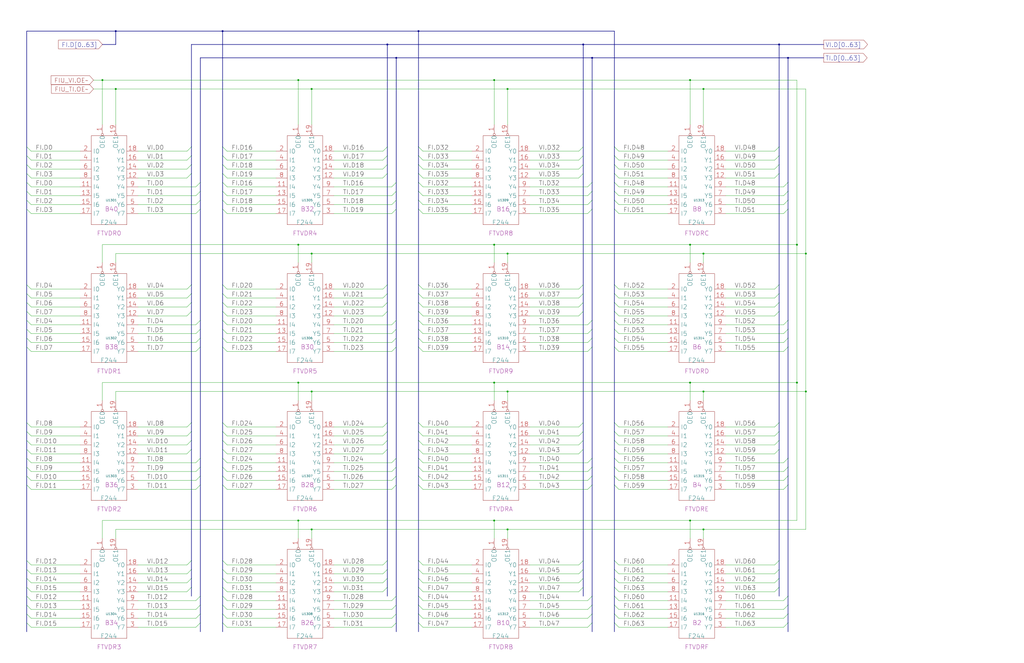
<source format=kicad_sch>
(kicad_sch (version 20250114) (generator "eeschema") (generator_version "9.0")
  (paper "User" 584.2 378.46)
  (title_block (title "FIU_TV BUS DRIVERS") (date "20-MAR-90") (rev "1.0") (comment 1 "FIU") (comment 2 "232-003065") (comment 3 "S400") (comment 4 "RELEASED"))
  (junction (at 177.8 50.8))
  (junction (at 289.56 302.26))
  (junction (at 170.18 45.72))
  (junction (at 454.66 139.7))
  (junction (at 459.74 223.52))
  (junction (at 449.58 33.02))
  (junction (at 454.66 218.44))
  (junction (at 170.18 139.7))
  (junction (at 177.8 302.26))
  (junction (at 393.7 297.18))
  (junction (at 281.94 218.44))
  (junction (at 289.56 50.8))
  (junction (at 177.8 223.52))
  (junction (at 401.32 302.26))
  (junction (at 66.04 17.78))
  (junction (at 220.98 25.4))
  (junction (at 332.74 25.4))
  (junction (at 401.32 50.8))
  (junction (at 281.94 139.7))
  (junction (at 170.18 218.44))
  (junction (at 281.94 45.72))
  (junction (at 393.7 139.7))
  (junction (at 58.42 45.72))
  (junction (at 337.82 33.02))
  (junction (at 226.06 33.02))
  (junction (at 393.7 45.72))
  (junction (at 238.76 17.78))
  (junction (at 170.18 297.18))
  (junction (at 401.32 223.52))
  (junction (at 127 17.78))
  (junction (at 459.74 144.78))
  (junction (at 393.7 218.44))
  (junction (at 177.8 144.78))
  (junction (at 401.32 144.78))
  (junction (at 289.56 223.52))
  (junction (at 66.04 50.8))
  (junction (at 289.56 144.78))
  (junction (at 281.94 297.18))
  (junction (at 444.5 25.4))
  (bus_entry (at 226.06 198.12) (size -2.54 2.54))
  (bus_entry (at 449.58 187.96) (size -2.54 2.54))
  (bus_entry (at 114.3 114.3) (size -2.54 2.54))
  (bus_entry (at 15.24 261.62) (size 2.54 2.54))
  (bus_entry (at 226.06 104.14) (size -2.54 2.54))
  (bus_entry (at 109.22 93.98) (size -2.54 2.54))
  (bus_entry (at 109.22 167.64) (size -2.54 2.54))
  (bus_entry (at 350.52 177.8) (size 2.54 2.54))
  (bus_entry (at 15.24 241.3) (size 2.54 2.54))
  (bus_entry (at 449.58 198.12) (size -2.54 2.54))
  (bus_entry (at 127 109.22) (size 2.54 2.54))
  (bus_entry (at 238.76 167.64) (size 2.54 2.54))
  (bus_entry (at 127 261.62) (size 2.54 2.54))
  (bus_entry (at 350.52 246.38) (size 2.54 2.54))
  (bus_entry (at 332.74 167.64) (size -2.54 2.54))
  (bus_entry (at 350.52 162.56) (size 2.54 2.54))
  (bus_entry (at 15.24 266.7) (size 2.54 2.54))
  (bus_entry (at 449.58 182.88) (size -2.54 2.54))
  (bus_entry (at 444.5 167.64) (size -2.54 2.54))
  (bus_entry (at 226.06 350.52) (size -2.54 2.54))
  (bus_entry (at 127 172.72) (size 2.54 2.54))
  (bus_entry (at 109.22 162.56) (size -2.54 2.54))
  (bus_entry (at 220.98 177.8) (size -2.54 2.54))
  (bus_entry (at 127 330.2) (size 2.54 2.54))
  (bus_entry (at 109.22 99.06) (size -2.54 2.54))
  (bus_entry (at 109.22 172.72) (size -2.54 2.54))
  (bus_entry (at 332.74 251.46) (size -2.54 2.54))
  (bus_entry (at 238.76 256.54) (size 2.54 2.54))
  (bus_entry (at 332.74 83.82) (size -2.54 2.54))
  (bus_entry (at 337.82 276.86) (size -2.54 2.54))
  (bus_entry (at 444.5 93.98) (size -2.54 2.54))
  (bus_entry (at 220.98 162.56) (size -2.54 2.54))
  (bus_entry (at 127 182.88) (size 2.54 2.54))
  (bus_entry (at 350.52 345.44) (size 2.54 2.54))
  (bus_entry (at 127 187.96) (size 2.54 2.54))
  (bus_entry (at 332.74 88.9) (size -2.54 2.54))
  (bus_entry (at 449.58 271.78) (size -2.54 2.54))
  (bus_entry (at 127 198.12) (size 2.54 2.54))
  (bus_entry (at 127 350.52) (size 2.54 2.54))
  (bus_entry (at 238.76 340.36) (size 2.54 2.54))
  (bus_entry (at 127 355.6) (size 2.54 2.54))
  (bus_entry (at 15.24 83.82) (size 2.54 2.54))
  (bus_entry (at 226.06 345.44) (size -2.54 2.54))
  (bus_entry (at 332.74 330.2) (size -2.54 2.54))
  (bus_entry (at 350.52 114.3) (size 2.54 2.54))
  (bus_entry (at 350.52 172.72) (size 2.54 2.54))
  (bus_entry (at 350.52 266.7) (size 2.54 2.54))
  (bus_entry (at 114.3 261.62) (size -2.54 2.54))
  (bus_entry (at 220.98 335.28) (size -2.54 2.54))
  (bus_entry (at 109.22 330.2) (size -2.54 2.54))
  (bus_entry (at 337.82 119.38) (size -2.54 2.54))
  (bus_entry (at 15.24 335.28) (size 2.54 2.54))
  (bus_entry (at 238.76 350.52) (size 2.54 2.54))
  (bus_entry (at 15.24 271.78) (size 2.54 2.54))
  (bus_entry (at 337.82 345.44) (size -2.54 2.54))
  (bus_entry (at 114.3 340.36) (size -2.54 2.54))
  (bus_entry (at 337.82 198.12) (size -2.54 2.54))
  (bus_entry (at 238.76 83.82) (size 2.54 2.54))
  (bus_entry (at 226.06 119.38) (size -2.54 2.54))
  (bus_entry (at 449.58 266.7) (size -2.54 2.54))
  (bus_entry (at 238.76 335.28) (size 2.54 2.54))
  (bus_entry (at 337.82 355.6) (size -2.54 2.54))
  (bus_entry (at 238.76 241.3) (size 2.54 2.54))
  (bus_entry (at 350.52 256.54) (size 2.54 2.54))
  (bus_entry (at 332.74 172.72) (size -2.54 2.54))
  (bus_entry (at 127 246.38) (size 2.54 2.54))
  (bus_entry (at 238.76 276.86) (size 2.54 2.54))
  (bus_entry (at 238.76 88.9) (size 2.54 2.54))
  (bus_entry (at 332.74 256.54) (size -2.54 2.54))
  (bus_entry (at 350.52 261.62) (size 2.54 2.54))
  (bus_entry (at 238.76 193.04) (size 2.54 2.54))
  (bus_entry (at 337.82 266.7) (size -2.54 2.54))
  (bus_entry (at 350.52 325.12) (size 2.54 2.54))
  (bus_entry (at 337.82 182.88) (size -2.54 2.54))
  (bus_entry (at 15.24 276.86) (size 2.54 2.54))
  (bus_entry (at 15.24 355.6) (size 2.54 2.54))
  (bus_entry (at 444.5 256.54) (size -2.54 2.54))
  (bus_entry (at 238.76 177.8) (size 2.54 2.54))
  (bus_entry (at 332.74 335.28) (size -2.54 2.54))
  (bus_entry (at 220.98 93.98) (size -2.54 2.54))
  (bus_entry (at 109.22 83.82) (size -2.54 2.54))
  (bus_entry (at 350.52 99.06) (size 2.54 2.54))
  (bus_entry (at 444.5 325.12) (size -2.54 2.54))
  (bus_entry (at 337.82 114.3) (size -2.54 2.54))
  (bus_entry (at 15.24 256.54) (size 2.54 2.54))
  (bus_entry (at 337.82 187.96) (size -2.54 2.54))
  (bus_entry (at 226.06 276.86) (size -2.54 2.54))
  (bus_entry (at 444.5 320.04) (size -2.54 2.54))
  (bus_entry (at 114.3 271.78) (size -2.54 2.54))
  (bus_entry (at 238.76 330.2) (size 2.54 2.54))
  (bus_entry (at 220.98 172.72) (size -2.54 2.54))
  (bus_entry (at 238.76 114.3) (size 2.54 2.54))
  (bus_entry (at 350.52 93.98) (size 2.54 2.54))
  (bus_entry (at 350.52 167.64) (size 2.54 2.54))
  (bus_entry (at 332.74 177.8) (size -2.54 2.54))
  (bus_entry (at 449.58 340.36) (size -2.54 2.54))
  (bus_entry (at 350.52 104.14) (size 2.54 2.54))
  (bus_entry (at 350.52 193.04) (size 2.54 2.54))
  (bus_entry (at 127 320.04) (size 2.54 2.54))
  (bus_entry (at 337.82 261.62) (size -2.54 2.54))
  (bus_entry (at 226.06 182.88) (size -2.54 2.54))
  (bus_entry (at 15.24 325.12) (size 2.54 2.54))
  (bus_entry (at 238.76 251.46) (size 2.54 2.54))
  (bus_entry (at 114.3 104.14) (size -2.54 2.54))
  (bus_entry (at 350.52 271.78) (size 2.54 2.54))
  (bus_entry (at 127 335.28) (size 2.54 2.54))
  (bus_entry (at 332.74 93.98) (size -2.54 2.54))
  (bus_entry (at 449.58 261.62) (size -2.54 2.54))
  (bus_entry (at 109.22 325.12) (size -2.54 2.54))
  (bus_entry (at 127 162.56) (size 2.54 2.54))
  (bus_entry (at 127 251.46) (size 2.54 2.54))
  (bus_entry (at 114.3 355.6) (size -2.54 2.54))
  (bus_entry (at 220.98 167.64) (size -2.54 2.54))
  (bus_entry (at 15.24 251.46) (size 2.54 2.54))
  (bus_entry (at 337.82 104.14) (size -2.54 2.54))
  (bus_entry (at 220.98 251.46) (size -2.54 2.54))
  (bus_entry (at 220.98 330.2) (size -2.54 2.54))
  (bus_entry (at 114.3 182.88) (size -2.54 2.54))
  (bus_entry (at 444.5 162.56) (size -2.54 2.54))
  (bus_entry (at 127 99.06) (size 2.54 2.54))
  (bus_entry (at 220.98 83.82) (size -2.54 2.54))
  (bus_entry (at 350.52 340.36) (size 2.54 2.54))
  (bus_entry (at 15.24 172.72) (size 2.54 2.54))
  (bus_entry (at 15.24 119.38) (size 2.54 2.54))
  (bus_entry (at 350.52 119.38) (size 2.54 2.54))
  (bus_entry (at 109.22 246.38) (size -2.54 2.54))
  (bus_entry (at 238.76 266.7) (size 2.54 2.54))
  (bus_entry (at 114.3 276.86) (size -2.54 2.54))
  (bus_entry (at 114.3 350.52) (size -2.54 2.54))
  (bus_entry (at 449.58 350.52) (size -2.54 2.54))
  (bus_entry (at 238.76 109.22) (size 2.54 2.54))
  (bus_entry (at 15.24 167.64) (size 2.54 2.54))
  (bus_entry (at 127 276.86) (size 2.54 2.54))
  (bus_entry (at 238.76 355.6) (size 2.54 2.54))
  (bus_entry (at 449.58 104.14) (size -2.54 2.54))
  (bus_entry (at 15.24 162.56) (size 2.54 2.54))
  (bus_entry (at 15.24 320.04) (size 2.54 2.54))
  (bus_entry (at 332.74 162.56) (size -2.54 2.54))
  (bus_entry (at 114.3 119.38) (size -2.54 2.54))
  (bus_entry (at 238.76 246.38) (size 2.54 2.54))
  (bus_entry (at 350.52 187.96) (size 2.54 2.54))
  (bus_entry (at 114.3 198.12) (size -2.54 2.54))
  (bus_entry (at 127 266.7) (size 2.54 2.54))
  (bus_entry (at 350.52 251.46) (size 2.54 2.54))
  (bus_entry (at 127 177.8) (size 2.54 2.54))
  (bus_entry (at 238.76 187.96) (size 2.54 2.54))
  (bus_entry (at 449.58 119.38) (size -2.54 2.54))
  (bus_entry (at 350.52 182.88) (size 2.54 2.54))
  (bus_entry (at 449.58 114.3) (size -2.54 2.54))
  (bus_entry (at 337.82 193.04) (size -2.54 2.54))
  (bus_entry (at 127 241.3) (size 2.54 2.54))
  (bus_entry (at 238.76 182.88) (size 2.54 2.54))
  (bus_entry (at 220.98 320.04) (size -2.54 2.54))
  (bus_entry (at 444.5 335.28) (size -2.54 2.54))
  (bus_entry (at 220.98 241.3) (size -2.54 2.54))
  (bus_entry (at 127 104.14) (size 2.54 2.54))
  (bus_entry (at 350.52 335.28) (size 2.54 2.54))
  (bus_entry (at 109.22 241.3) (size -2.54 2.54))
  (bus_entry (at 332.74 99.06) (size -2.54 2.54))
  (bus_entry (at 226.06 187.96) (size -2.54 2.54))
  (bus_entry (at 238.76 104.14) (size 2.54 2.54))
  (bus_entry (at 109.22 177.8) (size -2.54 2.54))
  (bus_entry (at 109.22 88.9) (size -2.54 2.54))
  (bus_entry (at 114.3 266.7) (size -2.54 2.54))
  (bus_entry (at 226.06 271.78) (size -2.54 2.54))
  (bus_entry (at 220.98 325.12) (size -2.54 2.54))
  (bus_entry (at 15.24 93.98) (size 2.54 2.54))
  (bus_entry (at 449.58 109.22) (size -2.54 2.54))
  (bus_entry (at 109.22 320.04) (size -2.54 2.54))
  (bus_entry (at 15.24 182.88) (size 2.54 2.54))
  (bus_entry (at 350.52 88.9) (size 2.54 2.54))
  (bus_entry (at 109.22 256.54) (size -2.54 2.54))
  (bus_entry (at 127 114.3) (size 2.54 2.54))
  (bus_entry (at 220.98 88.9) (size -2.54 2.54))
  (bus_entry (at 15.24 99.06) (size 2.54 2.54))
  (bus_entry (at 15.24 350.52) (size 2.54 2.54))
  (bus_entry (at 127 119.38) (size 2.54 2.54))
  (bus_entry (at 15.24 330.2) (size 2.54 2.54))
  (bus_entry (at 444.5 251.46) (size -2.54 2.54))
  (bus_entry (at 350.52 241.3) (size 2.54 2.54))
  (bus_entry (at 350.52 320.04) (size 2.54 2.54))
  (bus_entry (at 15.24 345.44) (size 2.54 2.54))
  (bus_entry (at 114.3 109.22) (size -2.54 2.54))
  (bus_entry (at 449.58 276.86) (size -2.54 2.54))
  (bus_entry (at 226.06 261.62) (size -2.54 2.54))
  (bus_entry (at 444.5 330.2) (size -2.54 2.54))
  (bus_entry (at 332.74 320.04) (size -2.54 2.54))
  (bus_entry (at 15.24 198.12) (size 2.54 2.54))
  (bus_entry (at 15.24 246.38) (size 2.54 2.54))
  (bus_entry (at 444.5 172.72) (size -2.54 2.54))
  (bus_entry (at 337.82 340.36) (size -2.54 2.54))
  (bus_entry (at 444.5 88.9) (size -2.54 2.54))
  (bus_entry (at 350.52 355.6) (size 2.54 2.54))
  (bus_entry (at 226.06 340.36) (size -2.54 2.54))
  (bus_entry (at 127 271.78) (size 2.54 2.54))
  (bus_entry (at 238.76 345.44) (size 2.54 2.54))
  (bus_entry (at 226.06 109.22) (size -2.54 2.54))
  (bus_entry (at 332.74 246.38) (size -2.54 2.54))
  (bus_entry (at 220.98 99.06) (size -2.54 2.54))
  (bus_entry (at 226.06 114.3) (size -2.54 2.54))
  (bus_entry (at 238.76 271.78) (size 2.54 2.54))
  (bus_entry (at 350.52 330.2) (size 2.54 2.54))
  (bus_entry (at 127 193.04) (size 2.54 2.54))
  (bus_entry (at 15.24 340.36) (size 2.54 2.54))
  (bus_entry (at 15.24 193.04) (size 2.54 2.54))
  (bus_entry (at 449.58 193.04) (size -2.54 2.54))
  (bus_entry (at 15.24 187.96) (size 2.54 2.54))
  (bus_entry (at 127 340.36) (size 2.54 2.54))
  (bus_entry (at 238.76 99.06) (size 2.54 2.54))
  (bus_entry (at 238.76 325.12) (size 2.54 2.54))
  (bus_entry (at 350.52 109.22) (size 2.54 2.54))
  (bus_entry (at 238.76 261.62) (size 2.54 2.54))
  (bus_entry (at 220.98 246.38) (size -2.54 2.54))
  (bus_entry (at 226.06 355.6) (size -2.54 2.54))
  (bus_entry (at 238.76 93.98) (size 2.54 2.54))
  (bus_entry (at 127 167.64) (size 2.54 2.54))
  (bus_entry (at 332.74 325.12) (size -2.54 2.54))
  (bus_entry (at 444.5 246.38) (size -2.54 2.54))
  (bus_entry (at 238.76 119.38) (size 2.54 2.54))
  (bus_entry (at 127 83.82) (size 2.54 2.54))
  (bus_entry (at 15.24 104.14) (size 2.54 2.54))
  (bus_entry (at 350.52 350.52) (size 2.54 2.54))
  (bus_entry (at 15.24 88.9) (size 2.54 2.54))
  (bus_entry (at 109.22 251.46) (size -2.54 2.54))
  (bus_entry (at 238.76 162.56) (size 2.54 2.54))
  (bus_entry (at 15.24 177.8) (size 2.54 2.54))
  (bus_entry (at 350.52 198.12) (size 2.54 2.54))
  (bus_entry (at 127 88.9) (size 2.54 2.54))
  (bus_entry (at 449.58 345.44) (size -2.54 2.54))
  (bus_entry (at 444.5 99.06) (size -2.54 2.54))
  (bus_entry (at 449.58 355.6) (size -2.54 2.54))
  (bus_entry (at 444.5 177.8) (size -2.54 2.54))
  (bus_entry (at 114.3 193.04) (size -2.54 2.54))
  (bus_entry (at 127 93.98) (size 2.54 2.54))
  (bus_entry (at 226.06 266.7) (size -2.54 2.54))
  (bus_entry (at 114.3 345.44) (size -2.54 2.54))
  (bus_entry (at 337.82 271.78) (size -2.54 2.54))
  (bus_entry (at 238.76 198.12) (size 2.54 2.54))
  (bus_entry (at 127 345.44) (size 2.54 2.54))
  (bus_entry (at 114.3 187.96) (size -2.54 2.54))
  (bus_entry (at 238.76 172.72) (size 2.54 2.54))
  (bus_entry (at 444.5 83.82) (size -2.54 2.54))
  (bus_entry (at 15.24 114.3) (size 2.54 2.54))
  (bus_entry (at 337.82 109.22) (size -2.54 2.54))
  (bus_entry (at 15.24 109.22) (size 2.54 2.54))
  (bus_entry (at 350.52 83.82) (size 2.54 2.54))
  (bus_entry (at 127 325.12) (size 2.54 2.54))
  (bus_entry (at 226.06 193.04) (size -2.54 2.54))
  (bus_entry (at 109.22 335.28) (size -2.54 2.54))
  (bus_entry (at 332.74 241.3) (size -2.54 2.54))
  (bus_entry (at 350.52 276.86) (size 2.54 2.54))
  (bus_entry (at 127 256.54) (size 2.54 2.54))
  (bus_entry (at 337.82 350.52) (size -2.54 2.54))
  (bus_entry (at 220.98 256.54) (size -2.54 2.54))
  (bus_entry (at 238.76 320.04) (size 2.54 2.54))
  (bus_entry (at 444.5 241.3) (size -2.54 2.54))
  (bus (pts (xy 127 340.36) (xy 127 345.44)))
  (bus (pts (xy 350.52 114.3) (xy 350.52 119.38)))
  (bus (pts (xy 238.76 276.86) (xy 238.76 320.04)))
  (wire (pts (xy 78.74 243.84) (xy 106.68 243.84)))
  (bus (pts (xy 238.76 162.56) (xy 238.76 167.64)))
  (wire (pts (xy 78.74 96.52) (xy 106.68 96.52)))
  (wire (pts (xy 78.74 337.82) (xy 106.68 337.82)))
  (bus (pts (xy 15.24 162.56) (xy 15.24 167.64)))
  (wire (pts (xy 190.5 185.42) (xy 223.52 185.42)))
  (wire (pts (xy 129.54 185.42) (xy 157.48 185.42)))
  (wire (pts (xy 353.06 200.66) (xy 381 200.66)))
  (wire (pts (xy 170.18 139.7) (xy 281.94 139.7)))
  (wire (pts (xy 129.54 96.52) (xy 157.48 96.52)))
  (wire (pts (xy 177.8 50.8) (xy 289.56 50.8)))
  (wire (pts (xy 302.26 269.24) (xy 335.28 269.24)))
  (bus (pts (xy 114.3 350.52) (xy 114.3 355.6)))
  (wire (pts (xy 129.54 91.44) (xy 157.48 91.44)))
  (bus (pts (xy 350.52 335.28) (xy 350.52 340.36)))
  (bus (pts (xy 238.76 320.04) (xy 238.76 325.12)))
  (wire (pts (xy 58.42 218.44) (xy 170.18 218.44)))
  (bus (pts (xy 15.24 266.7) (xy 15.24 271.78)))
  (wire (pts (xy 353.06 358.14) (xy 381 358.14)))
  (wire (pts (xy 78.74 332.74) (xy 106.68 332.74)))
  (wire (pts (xy 66.04 50.8) (xy 66.04 71.12)))
  (wire (pts (xy 302.26 170.18) (xy 330.2 170.18)))
  (bus (pts (xy 226.06 33.02) (xy 337.82 33.02)))
  (wire (pts (xy 302.26 274.32) (xy 335.28 274.32)))
  (bus (pts (xy 350.52 198.12) (xy 350.52 241.3)))
  (bus (pts (xy 226.06 114.3) (xy 226.06 119.38)))
  (wire (pts (xy 241.3 96.52) (xy 269.24 96.52)))
  (bus (pts (xy 332.74 256.54) (xy 332.74 320.04)))
  (wire (pts (xy 414.02 180.34) (xy 441.96 180.34)))
  (bus (pts (xy 15.24 325.12) (xy 15.24 330.2)))
  (bus (pts (xy 15.24 350.52) (xy 15.24 355.6)))
  (bus (pts (xy 337.82 119.38) (xy 337.82 182.88)))
  (bus (pts (xy 350.52 172.72) (xy 350.52 177.8)))
  (wire (pts (xy 353.06 91.44) (xy 381 91.44)))
  (wire (pts (xy 17.78 180.34) (xy 45.72 180.34)))
  (wire (pts (xy 302.26 332.74) (xy 330.2 332.74)))
  (wire (pts (xy 190.5 121.92) (xy 223.52 121.92)))
  (bus (pts (xy 444.5 330.2) (xy 444.5 335.28)))
  (wire (pts (xy 129.54 175.26) (xy 157.48 175.26)))
  (wire (pts (xy 353.06 101.6) (xy 381 101.6)))
  (bus (pts (xy 109.22 320.04) (xy 109.22 325.12)))
  (wire (pts (xy 414.02 121.92) (xy 447.04 121.92)))
  (bus (pts (xy 114.3 187.96) (xy 114.3 193.04)))
  (wire (pts (xy 393.7 139.7) (xy 454.66 139.7)))
  (wire (pts (xy 58.42 45.72) (xy 170.18 45.72)))
  (bus (pts (xy 226.06 355.6) (xy 226.06 360.68)))
  (wire (pts (xy 353.06 274.32) (xy 381 274.32)))
  (bus (pts (xy 109.22 99.06) (xy 109.22 162.56)))
  (wire (pts (xy 190.5 243.84) (xy 218.44 243.84)))
  (wire (pts (xy 17.78 190.5) (xy 45.72 190.5)))
  (wire (pts (xy 129.54 358.14) (xy 157.48 358.14)))
  (bus (pts (xy 350.52 266.7) (xy 350.52 271.78)))
  (bus (pts (xy 350.52 355.6) (xy 350.52 360.68)))
  (wire (pts (xy 289.56 302.26) (xy 289.56 307.34)))
  (wire (pts (xy 241.3 116.84) (xy 269.24 116.84)))
  (bus (pts (xy 444.5 335.28) (xy 444.5 340.36)))
  (bus (pts (xy 337.82 104.14) (xy 337.82 109.22)))
  (wire (pts (xy 129.54 86.36) (xy 157.48 86.36)))
  (bus (pts (xy 444.5 172.72) (xy 444.5 177.8)))
  (wire (pts (xy 281.94 297.18) (xy 281.94 307.34)))
  (bus (pts (xy 127 177.8) (xy 127 182.88)))
  (wire (pts (xy 190.5 353.06) (xy 223.52 353.06)))
  (bus (pts (xy 449.58 114.3) (xy 449.58 119.38)))
  (bus (pts (xy 350.52 246.38) (xy 350.52 251.46)))
  (wire (pts (xy 241.3 175.26) (xy 269.24 175.26)))
  (wire (pts (xy 401.32 223.52) (xy 459.74 223.52)))
  (bus (pts (xy 332.74 88.9) (xy 332.74 93.98)))
  (bus (pts (xy 332.74 83.82) (xy 332.74 88.9)))
  (bus (pts (xy 127 198.12) (xy 127 241.3)))
  (bus (pts (xy 127 187.96) (xy 127 193.04)))
  (wire (pts (xy 353.06 165.1) (xy 381 165.1)))
  (wire (pts (xy 414.02 175.26) (xy 441.96 175.26)))
  (bus (pts (xy 114.3 340.36) (xy 114.3 345.44)))
  (wire (pts (xy 129.54 243.84) (xy 157.48 243.84)))
  (wire (pts (xy 414.02 106.68) (xy 447.04 106.68)))
  (bus (pts (xy 444.5 25.4) (xy 444.5 83.82)))
  (bus (pts (xy 220.98 320.04) (xy 220.98 325.12)))
  (wire (pts (xy 414.02 337.82) (xy 441.96 337.82)))
  (bus (pts (xy 15.24 241.3) (xy 15.24 246.38)))
  (bus (pts (xy 238.76 182.88) (xy 238.76 187.96)))
  (bus (pts (xy 127 271.78) (xy 127 276.86)))
  (wire (pts (xy 190.5 91.44) (xy 218.44 91.44)))
  (wire (pts (xy 190.5 322.58) (xy 218.44 322.58)))
  (wire (pts (xy 289.56 302.26) (xy 177.8 302.26)))
  (wire (pts (xy 353.06 116.84) (xy 381 116.84)))
  (wire (pts (xy 414.02 111.76) (xy 447.04 111.76)))
  (wire (pts (xy 66.04 223.52) (xy 66.04 228.6)))
  (bus (pts (xy 15.24 119.38) (xy 15.24 162.56)))
  (wire (pts (xy 353.06 259.08) (xy 381 259.08)))
  (bus (pts (xy 15.24 167.64) (xy 15.24 172.72)))
  (wire (pts (xy 17.78 195.58) (xy 45.72 195.58)))
  (wire (pts (xy 289.56 223.52) (xy 401.32 223.52)))
  (bus (pts (xy 15.24 17.78) (xy 66.04 17.78)))
  (bus (pts (xy 15.24 320.04) (xy 15.24 325.12)))
  (wire (pts (xy 289.56 223.52) (xy 289.56 228.6)))
  (bus (pts (xy 337.82 33.02) (xy 337.82 104.14)))
  (wire (pts (xy 66.04 50.8) (xy 177.8 50.8)))
  (wire (pts (xy 459.74 302.26) (xy 401.32 302.26)))
  (wire (pts (xy 17.78 264.16) (xy 45.72 264.16)))
  (wire (pts (xy 78.74 322.58) (xy 106.68 322.58)))
  (wire (pts (xy 353.06 327.66) (xy 381 327.66)))
  (wire (pts (xy 393.7 297.18) (xy 393.7 307.34)))
  (bus (pts (xy 114.3 109.22) (xy 114.3 114.3)))
  (bus (pts (xy 350.52 93.98) (xy 350.52 99.06)))
  (wire (pts (xy 302.26 322.58) (xy 330.2 322.58)))
  (bus (pts (xy 337.82 345.44) (xy 337.82 350.52)))
  (wire (pts (xy 302.26 116.84) (xy 335.28 116.84)))
  (bus (pts (xy 15.24 114.3) (xy 15.24 119.38)))
  (wire (pts (xy 190.5 200.66) (xy 223.52 200.66)))
  (bus (pts (xy 238.76 83.82) (xy 238.76 88.9)))
  (wire (pts (xy 414.02 200.66) (xy 447.04 200.66)))
  (bus (pts (xy 449.58 109.22) (xy 449.58 114.3)))
  (bus (pts (xy 15.24 172.72) (xy 15.24 177.8)))
  (wire (pts (xy 241.3 86.36) (xy 269.24 86.36)))
  (bus (pts (xy 350.52 320.04) (xy 350.52 325.12)))
  (bus (pts (xy 350.52 276.86) (xy 350.52 320.04)))
  (bus (pts (xy 226.06 182.88) (xy 226.06 187.96)))
  (wire (pts (xy 414.02 358.14) (xy 447.04 358.14)))
  (bus (pts (xy 350.52 261.62) (xy 350.52 266.7)))
  (wire (pts (xy 241.3 332.74) (xy 269.24 332.74)))
  (wire (pts (xy 78.74 91.44) (xy 106.68 91.44)))
  (bus (pts (xy 238.76 93.98) (xy 238.76 99.06)))
  (bus (pts (xy 350.52 119.38) (xy 350.52 162.56)))
  (wire (pts (xy 353.06 264.16) (xy 381 264.16)))
  (wire (pts (xy 170.18 218.44) (xy 170.18 228.6)))
  (bus (pts (xy 444.5 256.54) (xy 444.5 320.04)))
  (wire (pts (xy 302.26 185.42) (xy 335.28 185.42)))
  (wire (pts (xy 190.5 111.76) (xy 223.52 111.76)))
  (wire (pts (xy 459.74 223.52) (xy 459.74 302.26)))
  (wire (pts (xy 129.54 342.9) (xy 157.48 342.9)))
  (wire (pts (xy 170.18 139.7) (xy 170.18 149.86)))
  (bus (pts (xy 114.3 114.3) (xy 114.3 119.38)))
  (bus (pts (xy 332.74 93.98) (xy 332.74 99.06)))
  (bus (pts (xy 220.98 167.64) (xy 220.98 172.72)))
  (bus (pts (xy 444.5 88.9) (xy 444.5 93.98)))
  (bus (pts (xy 58.42 25.4) (xy 66.04 25.4)))
  (wire (pts (xy 17.78 175.26) (xy 45.72 175.26)))
  (bus (pts (xy 15.24 182.88) (xy 15.24 187.96)))
  (bus (pts (xy 220.98 325.12) (xy 220.98 330.2)))
  (wire (pts (xy 393.7 297.18) (xy 454.66 297.18)))
  (wire (pts (xy 177.8 144.78) (xy 289.56 144.78)))
  (wire (pts (xy 241.3 259.08) (xy 269.24 259.08)))
  (bus (pts (xy 220.98 177.8) (xy 220.98 241.3)))
  (bus (pts (xy 337.82 198.12) (xy 337.82 261.62)))
  (bus (pts (xy 350.52 340.36) (xy 350.52 345.44)))
  (bus (pts (xy 444.5 325.12) (xy 444.5 330.2)))
  (wire (pts (xy 177.8 144.78) (xy 177.8 149.86)))
  (bus (pts (xy 350.52 167.64) (xy 350.52 172.72)))
  (wire (pts (xy 401.32 50.8) (xy 459.74 50.8)))
  (wire (pts (xy 241.3 185.42) (xy 269.24 185.42)))
  (wire (pts (xy 190.5 248.92) (xy 218.44 248.92)))
  (wire (pts (xy 302.26 259.08) (xy 330.2 259.08)))
  (bus (pts (xy 127 17.78) (xy 127 83.82)))
  (wire (pts (xy 17.78 86.36) (xy 45.72 86.36)))
  (bus (pts (xy 238.76 266.7) (xy 238.76 271.78)))
  (wire (pts (xy 353.06 111.76) (xy 381 111.76)))
  (wire (pts (xy 17.78 101.6) (xy 45.72 101.6)))
  (wire (pts (xy 353.06 170.18) (xy 381 170.18)))
  (bus (pts (xy 127 241.3) (xy 127 246.38)))
  (bus (pts (xy 220.98 25.4) (xy 332.74 25.4)))
  (bus (pts (xy 15.24 193.04) (xy 15.24 198.12)))
  (bus (pts (xy 238.76 271.78) (xy 238.76 276.86)))
  (wire (pts (xy 129.54 170.18) (xy 157.48 170.18)))
  (wire (pts (xy 190.5 269.24) (xy 223.52 269.24)))
  (bus (pts (xy 15.24 340.36) (xy 15.24 345.44)))
  (wire (pts (xy 190.5 190.5) (xy 223.52 190.5)))
  (bus (pts (xy 337.82 114.3) (xy 337.82 119.38)))
  (wire (pts (xy 17.78 254) (xy 45.72 254)))
  (wire (pts (xy 129.54 106.68) (xy 157.48 106.68)))
  (wire (pts (xy 302.26 254) (xy 330.2 254)))
  (wire (pts (xy 170.18 45.72) (xy 170.18 71.12)))
  (bus (pts (xy 238.76 350.52) (xy 238.76 355.6)))
  (bus (pts (xy 238.76 325.12) (xy 238.76 330.2)))
  (wire (pts (xy 241.3 165.1) (xy 269.24 165.1)))
  (wire (pts (xy 241.3 353.06) (xy 269.24 353.06)))
  (bus (pts (xy 337.82 187.96) (xy 337.82 193.04)))
  (wire (pts (xy 17.78 279.4) (xy 45.72 279.4)))
  (wire (pts (xy 414.02 170.18) (xy 441.96 170.18)))
  (bus (pts (xy 238.76 355.6) (xy 238.76 360.68)))
  (wire (pts (xy 414.02 322.58) (xy 441.96 322.58)))
  (wire (pts (xy 302.26 86.36) (xy 330.2 86.36)))
  (wire (pts (xy 177.8 223.52) (xy 177.8 228.6)))
  (wire (pts (xy 78.74 185.42) (xy 111.76 185.42)))
  (wire (pts (xy 414.02 347.98) (xy 447.04 347.98)))
  (wire (pts (xy 78.74 254) (xy 106.68 254)))
  (wire (pts (xy 414.02 116.84) (xy 447.04 116.84)))
  (bus (pts (xy 238.76 104.14) (xy 238.76 109.22)))
  (bus (pts (xy 15.24 83.82) (xy 15.24 88.9)))
  (bus (pts (xy 444.5 99.06) (xy 444.5 162.56)))
  (wire (pts (xy 78.74 353.06) (xy 111.76 353.06)))
  (bus (pts (xy 109.22 88.9) (xy 109.22 93.98)))
  (wire (pts (xy 414.02 259.08) (xy 441.96 259.08)))
  (wire (pts (xy 129.54 279.4) (xy 157.48 279.4)))
  (bus (pts (xy 15.24 355.6) (xy 15.24 360.68)))
  (bus (pts (xy 444.5 25.4) (xy 469.9 25.4)))
  (bus (pts (xy 449.58 266.7) (xy 449.58 271.78)))
  (wire (pts (xy 17.78 274.32) (xy 45.72 274.32)))
  (wire (pts (xy 414.02 165.1) (xy 441.96 165.1)))
  (wire (pts (xy 414.02 185.42) (xy 447.04 185.42)))
  (bus (pts (xy 444.5 177.8) (xy 444.5 241.3)))
  (wire (pts (xy 302.26 358.14) (xy 335.28 358.14)))
  (bus (pts (xy 350.52 330.2) (xy 350.52 335.28)))
  (wire (pts (xy 353.06 279.4) (xy 381 279.4)))
  (wire (pts (xy 302.26 337.82) (xy 330.2 337.82)))
  (wire (pts (xy 17.78 248.92) (xy 45.72 248.92)))
  (wire (pts (xy 302.26 106.68) (xy 335.28 106.68)))
  (wire (pts (xy 129.54 121.92) (xy 157.48 121.92)))
  (wire (pts (xy 78.74 342.9) (xy 111.76 342.9)))
  (wire (pts (xy 353.06 322.58) (xy 381 322.58)))
  (bus (pts (xy 226.06 276.86) (xy 226.06 340.36)))
  (bus (pts (xy 332.74 162.56) (xy 332.74 167.64)))
  (wire (pts (xy 190.5 165.1) (xy 218.44 165.1)))
  (bus (pts (xy 350.52 17.78) (xy 350.52 83.82)))
  (wire (pts (xy 353.06 175.26) (xy 381 175.26)))
  (bus (pts (xy 350.52 193.04) (xy 350.52 198.12)))
  (bus (pts (xy 109.22 251.46) (xy 109.22 256.54)))
  (wire (pts (xy 190.5 264.16) (xy 223.52 264.16)))
  (wire (pts (xy 129.54 274.32) (xy 157.48 274.32)))
  (wire (pts (xy 302.26 342.9) (xy 335.28 342.9)))
  (bus (pts (xy 127 109.22) (xy 127 114.3)))
  (wire (pts (xy 129.54 248.92) (xy 157.48 248.92)))
  (bus (pts (xy 449.58 340.36) (xy 449.58 345.44)))
  (wire (pts (xy 17.78 96.52) (xy 45.72 96.52)))
  (bus (pts (xy 127 261.62) (xy 127 266.7)))
  (bus (pts (xy 226.06 266.7) (xy 226.06 271.78)))
  (wire (pts (xy 302.26 91.44) (xy 330.2 91.44)))
  (wire (pts (xy 58.42 297.18) (xy 170.18 297.18)))
  (wire (pts (xy 353.06 86.36) (xy 381 86.36)))
  (wire (pts (xy 58.42 218.44) (xy 58.42 228.6)))
  (bus (pts (xy 114.3 193.04) (xy 114.3 198.12)))
  (wire (pts (xy 454.66 45.72) (xy 454.66 139.7)))
  (bus (pts (xy 15.24 335.28) (xy 15.24 340.36)))
  (bus (pts (xy 15.24 271.78) (xy 15.24 276.86)))
  (wire (pts (xy 190.5 86.36) (xy 218.44 86.36)))
  (wire (pts (xy 17.78 322.58) (xy 45.72 322.58)))
  (bus (pts (xy 109.22 162.56) (xy 109.22 167.64)))
  (wire (pts (xy 241.3 327.66) (xy 269.24 327.66)))
  (wire (pts (xy 177.8 302.26) (xy 177.8 307.34)))
  (bus (pts (xy 15.24 276.86) (xy 15.24 320.04)))
  (bus (pts (xy 238.76 109.22) (xy 238.76 114.3)))
  (wire (pts (xy 353.06 185.42) (xy 381 185.42)))
  (wire (pts (xy 302.26 248.92) (xy 330.2 248.92)))
  (bus (pts (xy 449.58 119.38) (xy 449.58 182.88)))
  (wire (pts (xy 414.02 91.44) (xy 441.96 91.44)))
  (wire (pts (xy 241.3 264.16) (xy 269.24 264.16)))
  (bus (pts (xy 238.76 119.38) (xy 238.76 162.56)))
  (bus (pts (xy 114.3 261.62) (xy 114.3 266.7)))
  (wire (pts (xy 129.54 259.08) (xy 157.48 259.08)))
  (bus (pts (xy 332.74 320.04) (xy 332.74 325.12)))
  (bus (pts (xy 226.06 340.36) (xy 226.06 345.44)))
  (bus (pts (xy 449.58 355.6) (xy 449.58 360.68)))
  (bus (pts (xy 127 246.38) (xy 127 251.46)))
  (wire (pts (xy 78.74 116.84) (xy 111.76 116.84)))
  (bus (pts (xy 127 104.14) (xy 127 109.22)))
  (bus (pts (xy 449.58 271.78) (xy 449.58 276.86)))
  (bus (pts (xy 444.5 251.46) (xy 444.5 256.54)))
  (bus (pts (xy 127 355.6) (xy 127 360.68)))
  (bus (pts (xy 337.82 193.04) (xy 337.82 198.12)))
  (wire (pts (xy 78.74 190.5) (xy 111.76 190.5)))
  (wire (pts (xy 170.18 297.18) (xy 170.18 307.34)))
  (wire (pts (xy 353.06 243.84) (xy 381 243.84)))
  (bus (pts (xy 114.3 119.38) (xy 114.3 182.88)))
  (bus (pts (xy 127 266.7) (xy 127 271.78)))
  (bus (pts (xy 127 83.82) (xy 127 88.9)))
  (wire (pts (xy 78.74 200.66) (xy 111.76 200.66)))
  (wire (pts (xy 241.3 195.58) (xy 269.24 195.58)))
  (wire (pts (xy 401.32 302.26) (xy 289.56 302.26)))
  (bus (pts (xy 226.06 187.96) (xy 226.06 193.04)))
  (bus (pts (xy 114.3 276.86) (xy 114.3 340.36)))
  (wire (pts (xy 241.3 279.4) (xy 269.24 279.4)))
  (bus (pts (xy 226.06 104.14) (xy 226.06 109.22)))
  (bus (pts (xy 15.24 256.54) (xy 15.24 261.62)))
  (wire (pts (xy 78.74 274.32) (xy 111.76 274.32)))
  (wire (pts (xy 17.78 337.82) (xy 45.72 337.82)))
  (bus (pts (xy 127 276.86) (xy 127 320.04)))
  (bus (pts (xy 15.24 109.22) (xy 15.24 114.3)))
  (bus (pts (xy 238.76 177.8) (xy 238.76 182.88)))
  (wire (pts (xy 17.78 165.1) (xy 45.72 165.1)))
  (bus (pts (xy 114.3 33.02) (xy 114.3 104.14)))
  (wire (pts (xy 190.5 274.32) (xy 223.52 274.32)))
  (bus (pts (xy 220.98 162.56) (xy 220.98 167.64)))
  (bus (pts (xy 238.76 241.3) (xy 238.76 246.38)))
  (wire (pts (xy 393.7 45.72) (xy 393.7 71.12)))
  (bus (pts (xy 238.76 17.78) (xy 350.52 17.78)))
  (wire (pts (xy 289.56 50.8) (xy 289.56 71.12)))
  (wire (pts (xy 78.74 327.66) (xy 106.68 327.66)))
  (bus (pts (xy 220.98 88.9) (xy 220.98 93.98)))
  (bus (pts (xy 114.3 198.12) (xy 114.3 261.62)))
  (wire (pts (xy 302.26 111.76) (xy 335.28 111.76)))
  (wire (pts (xy 17.78 259.08) (xy 45.72 259.08)))
  (wire (pts (xy 190.5 332.74) (xy 218.44 332.74)))
  (bus (pts (xy 337.82 261.62) (xy 337.82 266.7)))
  (bus (pts (xy 220.98 256.54) (xy 220.98 320.04)))
  (bus (pts (xy 109.22 167.64) (xy 109.22 172.72)))
  (wire (pts (xy 66.04 144.78) (xy 66.04 149.86)))
  (wire (pts (xy 129.54 180.34) (xy 157.48 180.34)))
  (wire (pts (xy 53.34 45.72) (xy 58.42 45.72)))
  (bus (pts (xy 15.24 187.96) (xy 15.24 193.04)))
  (wire (pts (xy 170.18 45.72) (xy 281.94 45.72)))
  (bus (pts (xy 15.24 330.2) (xy 15.24 335.28)))
  (wire (pts (xy 129.54 269.24) (xy 157.48 269.24)))
  (bus (pts (xy 226.06 33.02) (xy 226.06 104.14)))
  (wire (pts (xy 302.26 190.5) (xy 335.28 190.5)))
  (wire (pts (xy 241.3 248.92) (xy 269.24 248.92)))
  (wire (pts (xy 302.26 264.16) (xy 335.28 264.16)))
  (bus (pts (xy 114.3 266.7) (xy 114.3 271.78)))
  (bus (pts (xy 337.82 350.52) (xy 337.82 355.6)))
  (wire (pts (xy 414.02 254) (xy 441.96 254)))
  (wire (pts (xy 281.94 139.7) (xy 393.7 139.7)))
  (wire (pts (xy 241.3 91.44) (xy 269.24 91.44)))
  (bus (pts (xy 332.74 251.46) (xy 332.74 256.54)))
  (bus (pts (xy 226.06 193.04) (xy 226.06 198.12)))
  (wire (pts (xy 190.5 279.4) (xy 223.52 279.4)))
  (wire (pts (xy 129.54 116.84) (xy 157.48 116.84)))
  (bus (pts (xy 337.82 276.86) (xy 337.82 340.36)))
  (wire (pts (xy 241.3 358.14) (xy 269.24 358.14)))
  (bus (pts (xy 332.74 177.8) (xy 332.74 241.3)))
  (bus (pts (xy 109.22 93.98) (xy 109.22 99.06)))
  (wire (pts (xy 17.78 243.84) (xy 45.72 243.84)))
  (wire (pts (xy 302.26 121.92) (xy 335.28 121.92)))
  (wire (pts (xy 78.74 347.98) (xy 111.76 347.98)))
  (wire (pts (xy 177.8 50.8) (xy 177.8 71.12)))
  (wire (pts (xy 302.26 180.34) (xy 330.2 180.34)))
  (bus (pts (xy 238.76 335.28) (xy 238.76 340.36)))
  (bus (pts (xy 226.06 261.62) (xy 226.06 266.7)))
  (wire (pts (xy 414.02 195.58) (xy 447.04 195.58)))
  (wire (pts (xy 129.54 190.5) (xy 157.48 190.5)))
  (wire (pts (xy 401.32 144.78) (xy 459.74 144.78)))
  (wire (pts (xy 129.54 200.66) (xy 157.48 200.66)))
  (wire (pts (xy 414.02 274.32) (xy 447.04 274.32)))
  (bus (pts (xy 109.22 246.38) (xy 109.22 251.46)))
  (wire (pts (xy 281.94 45.72) (xy 281.94 71.12)))
  (wire (pts (xy 241.3 243.84) (xy 269.24 243.84)))
  (wire (pts (xy 58.42 45.72) (xy 58.42 71.12)))
  (wire (pts (xy 17.78 327.66) (xy 45.72 327.66)))
  (wire (pts (xy 17.78 332.74) (xy 45.72 332.74)))
  (bus (pts (xy 444.5 320.04) (xy 444.5 325.12)))
  (wire (pts (xy 129.54 327.66) (xy 157.48 327.66)))
  (bus (pts (xy 127 345.44) (xy 127 350.52)))
  (wire (pts (xy 241.3 269.24) (xy 269.24 269.24)))
  (wire (pts (xy 302.26 175.26) (xy 330.2 175.26)))
  (wire (pts (xy 353.06 96.52) (xy 381 96.52)))
  (wire (pts (xy 190.5 170.18) (xy 218.44 170.18)))
  (wire (pts (xy 129.54 322.58) (xy 157.48 322.58)))
  (bus (pts (xy 337.82 266.7) (xy 337.82 271.78)))
  (wire (pts (xy 414.02 243.84) (xy 441.96 243.84)))
  (wire (pts (xy 58.42 297.18) (xy 58.42 307.34)))
  (wire (pts (xy 241.3 190.5) (xy 269.24 190.5)))
  (bus (pts (xy 444.5 93.98) (xy 444.5 99.06)))
  (bus (pts (xy 15.24 88.9) (xy 15.24 93.98)))
  (wire (pts (xy 302.26 353.06) (xy 335.28 353.06)))
  (wire (pts (xy 170.18 218.44) (xy 281.94 218.44)))
  (bus (pts (xy 350.52 177.8) (xy 350.52 182.88)))
  (wire (pts (xy 129.54 101.6) (xy 157.48 101.6)))
  (wire (pts (xy 66.04 223.52) (xy 177.8 223.52)))
  (bus (pts (xy 15.24 99.06) (xy 15.24 104.14)))
  (bus (pts (xy 350.52 109.22) (xy 350.52 114.3)))
  (wire (pts (xy 459.74 144.78) (xy 459.74 223.52)))
  (bus (pts (xy 127 193.04) (xy 127 198.12)))
  (wire (pts (xy 190.5 101.6) (xy 218.44 101.6)))
  (wire (pts (xy 353.06 195.58) (xy 381 195.58)))
  (wire (pts (xy 414.02 86.36) (xy 441.96 86.36)))
  (bus (pts (xy 127 99.06) (xy 127 104.14)))
  (wire (pts (xy 241.3 254) (xy 269.24 254)))
  (wire (pts (xy 190.5 337.82) (xy 218.44 337.82)))
  (bus (pts (xy 238.76 99.06) (xy 238.76 104.14)))
  (wire (pts (xy 241.3 347.98) (xy 269.24 347.98)))
  (bus (pts (xy 109.22 330.2) (xy 109.22 335.28)))
  (wire (pts (xy 17.78 200.66) (xy 45.72 200.66)))
  (wire (pts (xy 393.7 45.72) (xy 454.66 45.72)))
  (bus (pts (xy 449.58 261.62) (xy 449.58 266.7)))
  (bus (pts (xy 127 114.3) (xy 127 119.38)))
  (bus (pts (xy 449.58 198.12) (xy 449.58 261.62)))
  (bus (pts (xy 127 251.46) (xy 127 256.54)))
  (bus (pts (xy 66.04 17.78) (xy 127 17.78)))
  (wire (pts (xy 241.3 121.92) (xy 269.24 121.92)))
  (bus (pts (xy 350.52 325.12) (xy 350.52 330.2)))
  (wire (pts (xy 241.3 111.76) (xy 269.24 111.76)))
  (wire (pts (xy 17.78 269.24) (xy 45.72 269.24)))
  (wire (pts (xy 414.02 264.16) (xy 447.04 264.16)))
  (wire (pts (xy 17.78 111.76) (xy 45.72 111.76)))
  (bus (pts (xy 109.22 25.4) (xy 220.98 25.4)))
  (bus (pts (xy 127 119.38) (xy 127 162.56)))
  (wire (pts (xy 190.5 342.9) (xy 223.52 342.9)))
  (wire (pts (xy 353.06 269.24) (xy 381 269.24)))
  (bus (pts (xy 444.5 246.38) (xy 444.5 251.46)))
  (bus (pts (xy 238.76 345.44) (xy 238.76 350.52)))
  (bus (pts (xy 238.76 172.72) (xy 238.76 177.8)))
  (wire (pts (xy 190.5 96.52) (xy 218.44 96.52)))
  (bus (pts (xy 238.76 256.54) (xy 238.76 261.62)))
  (bus (pts (xy 127 17.78) (xy 238.76 17.78)))
  (bus (pts (xy 109.22 25.4) (xy 109.22 83.82)))
  (bus (pts (xy 350.52 345.44) (xy 350.52 350.52)))
  (wire (pts (xy 78.74 101.6) (xy 106.68 101.6)))
  (wire (pts (xy 353.06 353.06) (xy 381 353.06)))
  (bus (pts (xy 114.3 33.02) (xy 226.06 33.02)))
  (wire (pts (xy 414.02 248.92) (xy 441.96 248.92)))
  (wire (pts (xy 393.7 218.44) (xy 454.66 218.44)))
  (bus (pts (xy 15.24 198.12) (xy 15.24 241.3)))
  (bus (pts (xy 127 172.72) (xy 127 177.8)))
  (bus (pts (xy 127 335.28) (xy 127 340.36)))
  (bus (pts (xy 350.52 271.78) (xy 350.52 276.86)))
  (bus (pts (xy 350.52 99.06) (xy 350.52 104.14)))
  (wire (pts (xy 78.74 121.92) (xy 111.76 121.92)))
  (wire (pts (xy 414.02 96.52) (xy 441.96 96.52)))
  (wire (pts (xy 241.3 337.82) (xy 269.24 337.82)))
  (wire (pts (xy 78.74 195.58) (xy 111.76 195.58)))
  (bus (pts (xy 15.24 261.62) (xy 15.24 266.7)))
  (wire (pts (xy 190.5 327.66) (xy 218.44 327.66)))
  (bus (pts (xy 238.76 330.2) (xy 238.76 335.28)))
  (wire (pts (xy 129.54 195.58) (xy 157.48 195.58)))
  (wire (pts (xy 177.8 223.52) (xy 289.56 223.52)))
  (bus (pts (xy 449.58 33.02) (xy 469.9 33.02)))
  (wire (pts (xy 17.78 121.92) (xy 45.72 121.92)))
  (bus (pts (xy 127 182.88) (xy 127 187.96)))
  (bus (pts (xy 350.52 83.82) (xy 350.52 88.9)))
  (bus (pts (xy 220.98 83.82) (xy 220.98 88.9)))
  (wire (pts (xy 393.7 139.7) (xy 393.7 149.86)))
  (bus (pts (xy 226.06 119.38) (xy 226.06 182.88)))
  (bus (pts (xy 15.24 104.14) (xy 15.24 109.22)))
  (wire (pts (xy 190.5 358.14) (xy 223.52 358.14)))
  (bus (pts (xy 15.24 17.78) (xy 15.24 83.82)))
  (wire (pts (xy 66.04 144.78) (xy 177.8 144.78)))
  (bus (pts (xy 337.82 182.88) (xy 337.82 187.96)))
  (bus (pts (xy 350.52 182.88) (xy 350.52 187.96)))
  (bus (pts (xy 238.76 340.36) (xy 238.76 345.44)))
  (wire (pts (xy 190.5 254) (xy 218.44 254)))
  (bus (pts (xy 226.06 350.52) (xy 226.06 355.6)))
  (bus (pts (xy 449.58 182.88) (xy 449.58 187.96)))
  (bus (pts (xy 220.98 93.98) (xy 220.98 99.06)))
  (bus (pts (xy 449.58 104.14) (xy 449.58 109.22)))
  (bus (pts (xy 109.22 177.8) (xy 109.22 241.3)))
  (bus (pts (xy 238.76 167.64) (xy 238.76 172.72)))
  (wire (pts (xy 454.66 139.7) (xy 454.66 218.44)))
  (bus (pts (xy 127 162.56) (xy 127 167.64)))
  (wire (pts (xy 129.54 254) (xy 157.48 254)))
  (bus (pts (xy 350.52 187.96) (xy 350.52 193.04)))
  (wire (pts (xy 302.26 101.6) (xy 330.2 101.6)))
  (wire (pts (xy 353.06 121.92) (xy 381 121.92)))
  (bus (pts (xy 226.06 198.12) (xy 226.06 261.62)))
  (wire (pts (xy 414.02 327.66) (xy 441.96 327.66)))
  (wire (pts (xy 17.78 116.84) (xy 45.72 116.84)))
  (bus (pts (xy 350.52 104.14) (xy 350.52 109.22)))
  (wire (pts (xy 393.7 218.44) (xy 393.7 228.6)))
  (bus (pts (xy 449.58 33.02) (xy 449.58 104.14)))
  (wire (pts (xy 414.02 190.5) (xy 447.04 190.5)))
  (wire (pts (xy 78.74 279.4) (xy 111.76 279.4)))
  (bus (pts (xy 337.82 355.6) (xy 337.82 360.68)))
  (bus (pts (xy 350.52 241.3) (xy 350.52 246.38)))
  (wire (pts (xy 241.3 322.58) (xy 269.24 322.58)))
  (wire (pts (xy 190.5 195.58) (xy 223.52 195.58)))
  (bus (pts (xy 332.74 246.38) (xy 332.74 251.46)))
  (wire (pts (xy 401.32 144.78) (xy 401.32 149.86)))
  (bus (pts (xy 109.22 83.82) (xy 109.22 88.9)))
  (bus (pts (xy 220.98 99.06) (xy 220.98 162.56)))
  (wire (pts (xy 129.54 337.82) (xy 157.48 337.82)))
  (wire (pts (xy 281.94 218.44) (xy 393.7 218.44)))
  (bus (pts (xy 220.98 172.72) (xy 220.98 177.8)))
  (bus (pts (xy 350.52 88.9) (xy 350.52 93.98)))
  (bus (pts (xy 15.24 246.38) (xy 15.24 251.46)))
  (bus (pts (xy 238.76 17.78) (xy 238.76 83.82)))
  (wire (pts (xy 78.74 165.1) (xy 106.68 165.1)))
  (bus (pts (xy 332.74 325.12) (xy 332.74 330.2)))
  (wire (pts (xy 17.78 170.18) (xy 45.72 170.18)))
  (wire (pts (xy 78.74 86.36) (xy 106.68 86.36)))
  (wire (pts (xy 353.06 332.74) (xy 381 332.74)))
  (bus (pts (xy 238.76 198.12) (xy 238.76 241.3)))
  (wire (pts (xy 78.74 180.34) (xy 106.68 180.34)))
  (wire (pts (xy 454.66 218.44) (xy 454.66 297.18)))
  (bus (pts (xy 220.98 246.38) (xy 220.98 251.46)))
  (wire (pts (xy 241.3 106.68) (xy 269.24 106.68)))
  (wire (pts (xy 17.78 353.06) (xy 45.72 353.06)))
  (bus (pts (xy 127 256.54) (xy 127 261.62)))
  (bus (pts (xy 337.82 340.36) (xy 337.82 345.44)))
  (bus (pts (xy 127 93.98) (xy 127 99.06)))
  (bus (pts (xy 15.24 177.8) (xy 15.24 182.88)))
  (bus (pts (xy 350.52 162.56) (xy 350.52 167.64)))
  (wire (pts (xy 17.78 106.68) (xy 45.72 106.68)))
  (wire (pts (xy 129.54 332.74) (xy 157.48 332.74)))
  (wire (pts (xy 78.74 111.76) (xy 111.76 111.76)))
  (wire (pts (xy 302.26 165.1) (xy 330.2 165.1)))
  (bus (pts (xy 127 167.64) (xy 127 172.72)))
  (wire (pts (xy 129.54 264.16) (xy 157.48 264.16)))
  (bus (pts (xy 332.74 167.64) (xy 332.74 172.72)))
  (wire (pts (xy 190.5 180.34) (xy 218.44 180.34)))
  (wire (pts (xy 414.02 342.9) (xy 447.04 342.9)))
  (wire (pts (xy 401.32 302.26) (xy 401.32 307.34)))
  (wire (pts (xy 353.06 347.98) (xy 381 347.98)))
  (bus (pts (xy 444.5 83.82) (xy 444.5 88.9)))
  (wire (pts (xy 241.3 180.34) (xy 269.24 180.34)))
  (wire (pts (xy 353.06 337.82) (xy 381 337.82)))
  (wire (pts (xy 78.74 248.92) (xy 106.68 248.92)))
  (wire (pts (xy 78.74 264.16) (xy 111.76 264.16)))
  (bus (pts (xy 238.76 261.62) (xy 238.76 266.7)))
  (wire (pts (xy 129.54 165.1) (xy 157.48 165.1)))
  (wire (pts (xy 401.32 50.8) (xy 401.32 71.12)))
  (bus (pts (xy 332.74 172.72) (xy 332.74 177.8)))
  (bus (pts (xy 226.06 271.78) (xy 226.06 276.86)))
  (wire (pts (xy 241.3 200.66) (xy 269.24 200.66)))
  (wire (pts (xy 353.06 190.5) (xy 381 190.5)))
  (bus (pts (xy 337.82 109.22) (xy 337.82 114.3)))
  (bus (pts (xy 127 350.52) (xy 127 355.6)))
  (bus (pts (xy 114.3 355.6) (xy 114.3 360.68)))
  (bus (pts (xy 15.24 93.98) (xy 15.24 99.06)))
  (wire (pts (xy 17.78 342.9) (xy 45.72 342.9)))
  (bus (pts (xy 238.76 88.9) (xy 238.76 93.98)))
  (wire (pts (xy 414.02 279.4) (xy 447.04 279.4)))
  (wire (pts (xy 190.5 116.84) (xy 223.52 116.84)))
  (bus (pts (xy 350.52 251.46) (xy 350.52 256.54)))
  (wire (pts (xy 414.02 353.06) (xy 447.04 353.06)))
  (wire (pts (xy 302.26 243.84) (xy 330.2 243.84)))
  (bus (pts (xy 444.5 241.3) (xy 444.5 246.38)))
  (wire (pts (xy 414.02 332.74) (xy 441.96 332.74)))
  (wire (pts (xy 17.78 347.98) (xy 45.72 347.98)))
  (wire (pts (xy 58.42 139.7) (xy 170.18 139.7)))
  (wire (pts (xy 241.3 101.6) (xy 269.24 101.6)))
  (wire (pts (xy 78.74 170.18) (xy 106.68 170.18)))
  (wire (pts (xy 17.78 185.42) (xy 45.72 185.42)))
  (bus (pts (xy 220.98 330.2) (xy 220.98 335.28)))
  (wire (pts (xy 78.74 358.14) (xy 111.76 358.14)))
  (wire (pts (xy 302.26 96.52) (xy 330.2 96.52)))
  (wire (pts (xy 289.56 144.78) (xy 401.32 144.78)))
  (bus (pts (xy 220.98 241.3) (xy 220.98 246.38)))
  (bus (pts (xy 109.22 241.3) (xy 109.22 246.38)))
  (wire (pts (xy 190.5 347.98) (xy 223.52 347.98)))
  (wire (pts (xy 129.54 353.06) (xy 157.48 353.06)))
  (wire (pts (xy 353.06 106.68) (xy 381 106.68)))
  (bus (pts (xy 449.58 187.96) (xy 449.58 193.04)))
  (bus (pts (xy 350.52 256.54) (xy 350.52 261.62)))
  (bus (pts (xy 15.24 345.44) (xy 15.24 350.52)))
  (wire (pts (xy 414.02 101.6) (xy 441.96 101.6)))
  (bus (pts (xy 109.22 172.72) (xy 109.22 177.8)))
  (bus (pts (xy 449.58 276.86) (xy 449.58 340.36)))
  (bus (pts (xy 337.82 271.78) (xy 337.82 276.86)))
  (bus (pts (xy 127 330.2) (xy 127 335.28)))
  (wire (pts (xy 302.26 200.66) (xy 335.28 200.66)))
  (bus (pts (xy 332.74 25.4) (xy 444.5 25.4)))
  (bus (pts (xy 350.52 350.52) (xy 350.52 355.6)))
  (wire (pts (xy 241.3 342.9) (xy 269.24 342.9)))
  (bus (pts (xy 449.58 193.04) (xy 449.58 198.12)))
  (wire (pts (xy 241.3 274.32) (xy 269.24 274.32)))
  (bus (pts (xy 127 320.04) (xy 127 325.12)))
  (wire (pts (xy 190.5 175.26) (xy 218.44 175.26)))
  (wire (pts (xy 78.74 259.08) (xy 106.68 259.08)))
  (wire (pts (xy 353.06 180.34) (xy 381 180.34)))
  (bus (pts (xy 114.3 182.88) (xy 114.3 187.96)))
  (wire (pts (xy 289.56 144.78) (xy 289.56 149.86)))
  (wire (pts (xy 177.8 302.26) (xy 66.04 302.26)))
  (bus (pts (xy 109.22 335.28) (xy 109.22 340.36)))
  (bus (pts (xy 444.5 162.56) (xy 444.5 167.64)))
  (bus (pts (xy 332.74 335.28) (xy 332.74 340.36)))
  (bus (pts (xy 238.76 251.46) (xy 238.76 256.54)))
  (bus (pts (xy 66.04 25.4) (xy 66.04 17.78)))
  (wire (pts (xy 17.78 91.44) (xy 45.72 91.44)))
  (wire (pts (xy 302.26 279.4) (xy 335.28 279.4)))
  (wire (pts (xy 353.06 248.92) (xy 381 248.92)))
  (bus (pts (xy 114.3 345.44) (xy 114.3 350.52)))
  (wire (pts (xy 353.06 342.9) (xy 381 342.9)))
  (wire (pts (xy 53.34 50.8) (xy 66.04 50.8)))
  (bus (pts (xy 238.76 246.38) (xy 238.76 251.46)))
  (bus (pts (xy 109.22 256.54) (xy 109.22 320.04)))
  (bus (pts (xy 220.98 251.46) (xy 220.98 256.54)))
  (bus (pts (xy 114.3 271.78) (xy 114.3 276.86)))
  (wire (pts (xy 78.74 269.24) (xy 111.76 269.24)))
  (wire (pts (xy 129.54 111.76) (xy 157.48 111.76)))
  (bus (pts (xy 238.76 193.04) (xy 238.76 198.12)))
  (bus (pts (xy 238.76 187.96) (xy 238.76 193.04)))
  (wire (pts (xy 66.04 302.26) (xy 66.04 307.34)))
  (wire (pts (xy 302.26 347.98) (xy 335.28 347.98)))
  (bus (pts (xy 449.58 350.52) (xy 449.58 355.6)))
  (bus (pts (xy 127 325.12) (xy 127 330.2)))
  (bus (pts (xy 444.5 167.64) (xy 444.5 172.72)))
  (bus (pts (xy 109.22 325.12) (xy 109.22 330.2)))
  (bus (pts (xy 332.74 25.4) (xy 332.74 83.82)))
  (bus (pts (xy 220.98 335.28) (xy 220.98 340.36)))
  (bus (pts (xy 114.3 104.14) (xy 114.3 109.22)))
  (bus (pts (xy 127 88.9) (xy 127 93.98)))
  (bus (pts (xy 220.98 25.4) (xy 220.98 83.82)))
  (wire (pts (xy 401.32 223.52) (xy 401.32 228.6)))
  (wire (pts (xy 78.74 175.26) (xy 106.68 175.26)))
  (bus (pts (xy 226.06 109.22) (xy 226.06 114.3)))
  (bus (pts (xy 15.24 251.46) (xy 15.24 256.54)))
  (bus (pts (xy 449.58 345.44) (xy 449.58 350.52)))
  (bus (pts (xy 332.74 241.3) (xy 332.74 246.38)))
  (wire (pts (xy 241.3 170.18) (xy 269.24 170.18)))
  (wire (pts (xy 129.54 347.98) (xy 157.48 347.98)))
  (wire (pts (xy 190.5 106.68) (xy 223.52 106.68)))
  (wire (pts (xy 302.26 327.66) (xy 330.2 327.66)))
  (bus (pts (xy 332.74 99.06) (xy 332.74 162.56)))
  (wire (pts (xy 414.02 269.24) (xy 447.04 269.24)))
  (wire (pts (xy 190.5 259.08) (xy 218.44 259.08)))
  (bus (pts (xy 238.76 114.3) (xy 238.76 119.38)))
  (wire (pts (xy 58.42 139.7) (xy 58.42 149.86)))
  (wire (pts (xy 459.74 50.8) (xy 459.74 144.78)))
  (wire (pts (xy 281.94 139.7) (xy 281.94 149.86)))
  (wire (pts (xy 302.26 195.58) (xy 335.28 195.58)))
  (wire (pts (xy 281.94 297.18) (xy 393.7 297.18)))
  (wire (pts (xy 281.94 45.72) (xy 393.7 45.72)))
  (wire (pts (xy 353.06 254) (xy 381 254)))
  (wire (pts (xy 281.94 218.44) (xy 281.94 228.6)))
  (wire (pts (xy 78.74 106.68) (xy 111.76 106.68)))
  (bus (pts (xy 226.06 345.44) (xy 226.06 350.52)))
  (bus (pts (xy 337.82 33.02) (xy 449.58 33.02)))
  (wire (pts (xy 170.18 297.18) (xy 281.94 297.18)))
  (bus (pts (xy 332.74 330.2) (xy 332.74 335.28)))
  (wire (pts (xy 289.56 50.8) (xy 401.32 50.8)))
  (wire (pts (xy 17.78 358.14) (xy 45.72 358.14)))
  (label "FI.D45" (at 243.84 327.66 0) (effects (font (size 2.54 2.54))))
  (label "FI.D62" (at 355.6 332.74 0) (effects (font (size 2.54 2.54))))
  (label "FI.D18" (at 132.08 116.84 0) (effects (font (size 2.54 2.54))))
  (label "FI.D20" (at 132.08 185.42 0) (effects (font (size 2.54 2.54))))
  (label "TI.D52" (at 419.1 185.42 0) (effects (font (size 2.54 2.54))))
  (label "VI.D24" (at 195.58 243.84 0) (effects (font (size 2.54 2.54))))
  (label "FI.D1" (at 20.32 91.44 0) (effects (font (size 2.54 2.54))))
  (label "FI.D63" (at 355.6 358.14 0) (effects (font (size 2.54 2.54))))
  (label "FI.D38" (at 243.84 195.58 0) (effects (font (size 2.54 2.54))))
  (label "VI.D46" (at 307.34 332.74 0) (effects (font (size 2.54 2.54))))
  (label "TI.D29" (at 195.58 347.98 0) (effects (font (size 2.54 2.54))))
  (label "FI.D48" (at 355.6 86.36 0) (effects (font (size 2.54 2.54))))
  (label "FI.D15" (at 20.32 337.82 0) (effects (font (size 2.54 2.54))))
  (label "VI.D0" (at 83.82 86.36 0) (effects (font (size 2.54 2.54))))
  (label "TI.D60" (at 419.1 342.9 0) (effects (font (size 2.54 2.54))))
  (label "FI.D10" (at 20.32 254 0) (effects (font (size 2.54 2.54))))
  (label "FI.D9" (at 20.32 269.24 0) (effects (font (size 2.54 2.54))))
  (label "TI.D49" (at 419.1 111.76 0) (effects (font (size 2.54 2.54))))
  (label "FI.D20" (at 132.08 165.1 0) (effects (font (size 2.54 2.54))))
  (label "FI.D59" (at 355.6 259.08 0) (effects (font (size 2.54 2.54))))
  (label "VI.D3" (at 83.82 101.6 0) (effects (font (size 2.54 2.54))))
  (label "FI.D43" (at 243.84 279.4 0) (effects (font (size 2.54 2.54))))
  (label "TI.D40" (at 307.34 264.16 0) (effects (font (size 2.54 2.54))))
  (label "FI.D26" (at 132.08 274.32 0) (effects (font (size 2.54 2.54))))
  (label "FI.D21" (at 132.08 190.5 0) (effects (font (size 2.54 2.54))))
  (label "TI.D18" (at 195.58 116.84 0) (effects (font (size 2.54 2.54))))
  (label "FI.D19" (at 132.08 101.6 0) (effects (font (size 2.54 2.54))))
  (label "FI.D29" (at 132.08 347.98 0) (effects (font (size 2.54 2.54))))
  (label "VI.D5" (at 83.82 170.18 0) (effects (font (size 2.54 2.54))))
  (label "FI.D39" (at 243.84 200.66 0) (effects (font (size 2.54 2.54))))
  (label "FI.D0" (at 20.32 86.36 0) (effects (font (size 2.54 2.54))))
  (label "FI.D7" (at 20.32 180.34 0) (effects (font (size 2.54 2.54))))
  (label "FI.D32" (at 243.84 106.68 0) (effects (font (size 2.54 2.54))))
  (label "TI.D32" (at 307.34 106.68 0) (effects (font (size 2.54 2.54))))
  (label "FI.D40" (at 243.84 264.16 0) (effects (font (size 2.54 2.54))))
  (label "FI.D7" (at 20.32 200.66 0) (effects (font (size 2.54 2.54))))
  (label "FI.D51" (at 355.6 121.92 0) (effects (font (size 2.54 2.54))))
  (label "FI.D41" (at 243.84 248.92 0) (effects (font (size 2.54 2.54))))
  (label "FI.D33" (at 243.84 91.44 0) (effects (font (size 2.54 2.54))))
  (label "FI.D14" (at 20.32 353.06 0) (effects (font (size 2.54 2.54))))
  (label "FI.D32" (at 243.84 86.36 0) (effects (font (size 2.54 2.54))))
  (label "VI.D40" (at 307.34 243.84 0) (effects (font (size 2.54 2.54))))
  (label "FI.D41" (at 243.84 269.24 0) (effects (font (size 2.54 2.54))))
  (label "VI.D62" (at 419.1 332.74 0) (effects (font (size 2.54 2.54))))
  (label "FI.D63" (at 355.6 337.82 0) (effects (font (size 2.54 2.54))))
  (label "TI.D63" (at 419.1 358.14 0) (effects (font (size 2.54 2.54))))
  (label "TI.D35" (at 307.34 121.92 0) (effects (font (size 2.54 2.54))))
  (label "VI.D20" (at 195.58 165.1 0) (effects (font (size 2.54 2.54))))
  (label "FI.D10" (at 20.32 274.32 0) (effects (font (size 2.54 2.54))))
  (label "FI.D38" (at 243.84 175.26 0) (effects (font (size 2.54 2.54))))
  (label "TI.D47" (at 307.34 358.14 0) (effects (font (size 2.54 2.54))))
  (label "FI.D47" (at 243.84 358.14 0) (effects (font (size 2.54 2.54))))
  (label "TI.D12" (at 83.82 342.9 0) (effects (font (size 2.54 2.54))))
  (label "VI.D45" (at 307.34 327.66 0) (effects (font (size 2.54 2.54))))
  (label "TI.D58" (at 419.1 274.32 0) (effects (font (size 2.54 2.54))))
  (label "FI.D58" (at 355.6 274.32 0) (effects (font (size 2.54 2.54))))
  (label "VI.D55" (at 419.1 180.34 0) (effects (font (size 2.54 2.54))))
  (label "TI.D54" (at 419.1 195.58 0) (effects (font (size 2.54 2.54))))
  (label "FI.D11" (at 20.32 279.4 0) (effects (font (size 2.54 2.54))))
  (label "VI.D33" (at 307.34 91.44 0) (effects (font (size 2.54 2.54))))
  (label "TI.D30" (at 195.58 353.06 0) (effects (font (size 2.54 2.54))))
  (label "TI.D39" (at 307.34 200.66 0) (effects (font (size 2.54 2.54))))
  (label "TI.D3" (at 83.82 121.92 0) (effects (font (size 2.54 2.54))))
  (label "TI.D37" (at 307.34 190.5 0) (effects (font (size 2.54 2.54))))
  (label "TI.D17" (at 195.58 111.76 0) (effects (font (size 2.54 2.54))))
  (label "FI.D48" (at 355.6 106.68 0) (effects (font (size 2.54 2.54))))
  (label "FI.D33" (at 243.84 111.76 0) (effects (font (size 2.54 2.54))))
  (label "FI.D40" (at 243.84 243.84 0) (effects (font (size 2.54 2.54))))
  (label "FI.D60" (at 355.6 342.9 0) (effects (font (size 2.54 2.54))))
  (label "VI.D30" (at 195.58 332.74 0) (effects (font (size 2.54 2.54))))
  (label "FI.D26" (at 132.08 254 0) (effects (font (size 2.54 2.54))))
  (label "TI.D24" (at 195.58 264.16 0) (effects (font (size 2.54 2.54))))
  (label "TI.D27" (at 195.58 279.4 0) (effects (font (size 2.54 2.54))))
  (label "FI.D55" (at 355.6 180.34 0) (effects (font (size 2.54 2.54))))
  (label "FI.D36" (at 243.84 165.1 0) (effects (font (size 2.54 2.54))))
  (label "FI.D17" (at 132.08 111.76 0) (effects (font (size 2.54 2.54))))
  (label "VI.D50" (at 419.1 96.52 0) (effects (font (size 2.54 2.54))))
  (label "VI.D11" (at 83.82 259.08 0) (effects (font (size 2.54 2.54))))
  (label "VI.D48" (at 419.1 86.36 0) (effects (font (size 2.54 2.54))))
  (label "VI.D27" (at 195.58 259.08 0) (effects (font (size 2.54 2.54))))
  (label "VI.D52" (at 419.1 165.1 0) (effects (font (size 2.54 2.54))))
  (label "FI.D13" (at 20.32 347.98 0) (effects (font (size 2.54 2.54))))
  (label "TI.D56" (at 419.1 264.16 0) (effects (font (size 2.54 2.54))))
  (label "FI.D29" (at 132.08 327.66 0) (effects (font (size 2.54 2.54))))
  (label "TI.D61" (at 419.1 347.98 0) (effects (font (size 2.54 2.54))))
  (label "TI.D57" (at 419.1 269.24 0) (effects (font (size 2.54 2.54))))
  (label "FI.D56" (at 355.6 243.84 0) (effects (font (size 2.54 2.54))))
  (label "TI.D25" (at 195.58 269.24 0) (effects (font (size 2.54 2.54))))
  (label "FI.D52" (at 355.6 185.42 0) (effects (font (size 2.54 2.54))))
  (label "VI.D54" (at 419.1 175.26 0) (effects (font (size 2.54 2.54))))
  (label "VI.D42" (at 307.34 254 0) (effects (font (size 2.54 2.54))))
  (label "TI.D9" (at 83.82 269.24 0) (effects (font (size 2.54 2.54))))
  (label "TI.D34" (at 307.34 116.84 0) (effects (font (size 2.54 2.54))))
  (label "FI.D23" (at 132.08 200.66 0) (effects (font (size 2.54 2.54))))
  (label "FI.D15" (at 20.32 358.14 0) (effects (font (size 2.54 2.54))))
  (label "FI.D36" (at 243.84 185.42 0) (effects (font (size 2.54 2.54))))
  (label "FI.D46" (at 243.84 353.06 0) (effects (font (size 2.54 2.54))))
  (label "FI.D28" (at 132.08 322.58 0) (effects (font (size 2.54 2.54))))
  (label "VI.D37" (at 307.34 170.18 0) (effects (font (size 2.54 2.54))))
  (label "TI.D38" (at 307.34 195.58 0) (effects (font (size 2.54 2.54))))
  (label "VI.D31" (at 195.58 337.82 0) (effects (font (size 2.54 2.54))))
  (label "FI.D35" (at 243.84 101.6 0) (effects (font (size 2.54 2.54))))
  (label "VI.D17" (at 195.58 91.44 0) (effects (font (size 2.54 2.54))))
  (label "FI.D42" (at 243.84 274.32 0) (effects (font (size 2.54 2.54))))
  (label "TI.D26" (at 195.58 274.32 0) (effects (font (size 2.54 2.54))))
  (label "TI.D7" (at 83.82 200.66 0) (effects (font (size 2.54 2.54))))
  (label "TI.D45" (at 307.34 347.98 0) (effects (font (size 2.54 2.54))))
  (label "VI.D63" (at 419.1 337.82 0) (effects (font (size 2.54 2.54))))
  (label "TI.D53" (at 419.1 190.5 0) (effects (font (size 2.54 2.54))))
  (label "VI.D36" (at 307.34 165.1 0) (effects (font (size 2.54 2.54))))
  (label "VI.D58" (at 419.1 254 0) (effects (font (size 2.54 2.54))))
  (label "VI.D41" (at 307.34 248.92 0) (effects (font (size 2.54 2.54))))
  (label "TI.D2" (at 83.82 116.84 0) (effects (font (size 2.54 2.54))))
  (label "FI.D30" (at 132.08 353.06 0) (effects (font (size 2.54 2.54))))
  (label "FI.D4" (at 20.32 185.42 0) (effects (font (size 2.54 2.54))))
  (label "VI.D23" (at 195.58 180.34 0) (effects (font (size 2.54 2.54))))
  (label "FI.D37" (at 243.84 190.5 0) (effects (font (size 2.54 2.54))))
  (label "TI.D46" (at 307.34 353.06 0) (effects (font (size 2.54 2.54))))
  (label "VI.D38" (at 307.34 175.26 0) (effects (font (size 2.54 2.54))))
  (label "FI.D37" (at 243.84 170.18 0) (effects (font (size 2.54 2.54))))
  (label "FI.D19" (at 132.08 121.92 0) (effects (font (size 2.54 2.54))))
  (label "FI.D54" (at 355.6 195.58 0) (effects (font (size 2.54 2.54))))
  (label "VI.D29" (at 195.58 327.66 0) (effects (font (size 2.54 2.54))))
  (label "FI.D44" (at 243.84 342.9 0) (effects (font (size 2.54 2.54))))
  (label "TI.D31" (at 195.58 358.14 0) (effects (font (size 2.54 2.54))))
  (label "TI.D11" (at 83.82 279.4 0) (effects (font (size 2.54 2.54))))
  (label "FI.D12" (at 20.32 322.58 0) (effects (font (size 2.54 2.54))))
  (label "TI.D13" (at 83.82 347.98 0) (effects (font (size 2.54 2.54))))
  (label "VI.D59" (at 419.1 259.08 0) (effects (font (size 2.54 2.54))))
  (label "VI.D14" (at 83.82 332.74 0) (effects (font (size 2.54 2.54))))
  (label "TI.D43" (at 307.34 279.4 0) (effects (font (size 2.54 2.54))))
  (label "FI.D49" (at 355.6 91.44 0) (effects (font (size 2.54 2.54))))
  (label "FI.D16" (at 132.08 86.36 0) (effects (font (size 2.54 2.54))))
  (label "TI.D41" (at 307.34 269.24 0) (effects (font (size 2.54 2.54))))
  (label "VI.D1" (at 83.82 91.44 0) (effects (font (size 2.54 2.54))))
  (label "FI.D51" (at 355.6 101.6 0) (effects (font (size 2.54 2.54))))
  (label "FI.D57" (at 355.6 269.24 0) (effects (font (size 2.54 2.54))))
  (label "FI.D2" (at 20.32 116.84 0) (effects (font (size 2.54 2.54))))
  (label "FI.D59" (at 355.6 279.4 0) (effects (font (size 2.54 2.54))))
  (label "FI.D8" (at 20.32 243.84 0) (effects (font (size 2.54 2.54))))
  (label "FI.D31" (at 132.08 358.14 0) (effects (font (size 2.54 2.54))))
  (label "VI.D34" (at 307.34 96.52 0) (effects (font (size 2.54 2.54))))
  (label "VI.D4" (at 83.82 165.1 0) (effects (font (size 2.54 2.54))))
  (label "VI.D57" (at 419.1 248.92 0) (effects (font (size 2.54 2.54))))
  (label "FI.D12" (at 20.32 342.9 0) (effects (font (size 2.54 2.54))))
  (label "TI.D59" (at 419.1 279.4 0) (effects (font (size 2.54 2.54))))
  (label "VI.D6" (at 83.82 175.26 0) (effects (font (size 2.54 2.54))))
  (label "TI.D5" (at 83.82 190.5 0) (effects (font (size 2.54 2.54))))
  (label "TI.D10" (at 83.82 274.32 0) (effects (font (size 2.54 2.54))))
  (label "VI.D53" (at 419.1 170.18 0) (effects (font (size 2.54 2.54))))
  (label "FI.D56" (at 355.6 264.16 0) (effects (font (size 2.54 2.54))))
  (label "FI.D5" (at 20.32 190.5 0) (effects (font (size 2.54 2.54))))
  (label "TI.D14" (at 83.82 353.06 0) (effects (font (size 2.54 2.54))))
  (label "FI.D44" (at 243.84 322.58 0) (effects (font (size 2.54 2.54))))
  (label "FI.D16" (at 132.08 106.68 0) (effects (font (size 2.54 2.54))))
  (label "VI.D44" (at 307.34 322.58 0) (effects (font (size 2.54 2.54))))
  (label "FI.D1" (at 20.32 111.76 0) (effects (font (size 2.54 2.54))))
  (label "FI.D50" (at 355.6 116.84 0) (effects (font (size 2.54 2.54))))
  (label "FI.D52" (at 355.6 165.1 0) (effects (font (size 2.54 2.54))))
  (label "VI.D15" (at 83.82 337.82 0) (effects (font (size 2.54 2.54))))
  (label "FI.D22" (at 132.08 195.58 0) (effects (font (size 2.54 2.54))))
  (label "FI.D13" (at 20.32 327.66 0) (effects (font (size 2.54 2.54))))
  (label "VI.D28" (at 195.58 322.58 0) (effects (font (size 2.54 2.54))))
  (label "FI.D14" (at 20.32 332.74 0) (effects (font (size 2.54 2.54))))
  (label "TI.D6" (at 83.82 195.58 0) (effects (font (size 2.54 2.54))))
  (label "VI.D60" (at 419.1 322.58 0) (effects (font (size 2.54 2.54))))
  (label "FI.D27" (at 132.08 279.4 0) (effects (font (size 2.54 2.54))))
  (label "FI.D61" (at 355.6 327.66 0) (effects (font (size 2.54 2.54))))
  (label "VI.D35" (at 307.34 101.6 0) (effects (font (size 2.54 2.54))))
  (label "TI.D20" (at 195.58 185.42 0) (effects (font (size 2.54 2.54))))
  (label "TI.D1" (at 83.82 111.76 0) (effects (font (size 2.54 2.54))))
  (label "FI.D39" (at 243.84 180.34 0) (effects (font (size 2.54 2.54))))
  (label "FI.D31" (at 132.08 337.82 0) (effects (font (size 2.54 2.54))))
  (label "TI.D8" (at 83.82 264.16 0) (effects (font (size 2.54 2.54))))
  (label "FI.D60" (at 355.6 322.58 0) (effects (font (size 2.54 2.54))))
  (label "FI.D27" (at 132.08 259.08 0) (effects (font (size 2.54 2.54))))
  (label "VI.D49" (at 419.1 91.44 0) (effects (font (size 2.54 2.54))))
  (label "TI.D23" (at 195.58 200.66 0) (effects (font (size 2.54 2.54))))
  (label "VI.D10" (at 83.82 254 0) (effects (font (size 2.54 2.54))))
  (label "VI.D12" (at 83.82 322.58 0) (effects (font (size 2.54 2.54))))
  (label "FI.D21" (at 132.08 170.18 0) (effects (font (size 2.54 2.54))))
  (label "TI.D62" (at 419.1 353.06 0) (effects (font (size 2.54 2.54))))
  (label "FI.D6" (at 20.32 175.26 0) (effects (font (size 2.54 2.54))))
  (label "FI.D3" (at 20.32 121.92 0) (effects (font (size 2.54 2.54))))
  (label "TI.D22" (at 195.58 195.58 0) (effects (font (size 2.54 2.54))))
  (label "FI.D28" (at 132.08 342.9 0) (effects (font (size 2.54 2.54))))
  (label "TI.D48" (at 419.1 106.68 0) (effects (font (size 2.54 2.54))))
  (label "VI.D8" (at 83.82 243.84 0) (effects (font (size 2.54 2.54))))
  (label "FI.D61" (at 355.6 347.98 0) (effects (font (size 2.54 2.54))))
  (label "FI.D54" (at 355.6 175.26 0) (effects (font (size 2.54 2.54))))
  (label "FI.D47" (at 243.84 337.82 0) (effects (font (size 2.54 2.54))))
  (label "TI.D15" (at 83.82 358.14 0) (effects (font (size 2.54 2.54))))
  (label "FI.D24" (at 132.08 264.16 0) (effects (font (size 2.54 2.54))))
  (label "FI.D34" (at 243.84 116.84 0) (effects (font (size 2.54 2.54))))
  (label "VI.D9" (at 83.82 248.92 0) (effects (font (size 2.54 2.54))))
  (label "FI.D5" (at 20.32 170.18 0) (effects (font (size 2.54 2.54))))
  (label "FI.D4" (at 20.32 165.1 0) (effects (font (size 2.54 2.54))))
  (label "FI.D17" (at 132.08 91.44 0) (effects (font (size 2.54 2.54))))
  (label "VI.D19" (at 195.58 101.6 0) (effects (font (size 2.54 2.54))))
  (label "FI.D53" (at 355.6 190.5 0) (effects (font (size 2.54 2.54))))
  (label "FI.D46" (at 243.84 332.74 0) (effects (font (size 2.54 2.54))))
  (label "VI.D18" (at 195.58 96.52 0) (effects (font (size 2.54 2.54))))
  (label "VI.D16" (at 195.58 86.36 0) (effects (font (size 2.54 2.54))))
  (label "TI.D44" (at 307.34 342.9 0) (effects (font (size 2.54 2.54))))
  (label "VI.D7" (at 83.82 180.34 0) (effects (font (size 2.54 2.54))))
  (label "TI.D55" (at 419.1 200.66 0) (effects (font (size 2.54 2.54))))
  (label "FI.D43" (at 243.84 259.08 0) (effects (font (size 2.54 2.54))))
  (label "FI.D30" (at 132.08 332.74 0) (effects (font (size 2.54 2.54))))
  (label "VI.D2" (at 83.82 96.52 0) (effects (font (size 2.54 2.54))))
  (label "TI.D51" (at 419.1 121.92 0) (effects (font (size 2.54 2.54))))
  (label "VI.D22" (at 195.58 175.26 0) (effects (font (size 2.54 2.54))))
  (label "VI.D61" (at 419.1 327.66 0) (effects (font (size 2.54 2.54))))
  (label "VI.D13" (at 83.82 327.66 0) (effects (font (size 2.54 2.54))))
  (label "FI.D58" (at 355.6 254 0) (effects (font (size 2.54 2.54))))
  (label "FI.D25" (at 132.08 248.92 0) (effects (font (size 2.54 2.54))))
  (label "FI.D34" (at 243.84 96.52 0) (effects (font (size 2.54 2.54))))
  (label "TI.D16" (at 195.58 106.68 0) (effects (font (size 2.54 2.54))))
  (label "TI.D42" (at 307.34 274.32 0) (effects (font (size 2.54 2.54))))
  (label "FI.D23" (at 132.08 180.34 0) (effects (font (size 2.54 2.54))))
  (label "FI.D49" (at 355.6 111.76 0) (effects (font (size 2.54 2.54))))
  (label "FI.D22" (at 132.08 175.26 0) (effects (font (size 2.54 2.54))))
  (label "VI.D32" (at 307.34 86.36 0) (effects (font (size 2.54 2.54))))
  (label "VI.D39" (at 307.34 180.34 0) (effects (font (size 2.54 2.54))))
  (label "FI.D62" (at 355.6 353.06 0) (effects (font (size 2.54 2.54))))
  (label "TI.D33" (at 307.34 111.76 0) (effects (font (size 2.54 2.54))))
  (label "FI.D25" (at 132.08 269.24 0) (effects (font (size 2.54 2.54))))
  (label "FI.D3" (at 20.32 101.6 0) (effects (font (size 2.54 2.54))))
  (label "FI.D11" (at 20.32 259.08 0) (effects (font (size 2.54 2.54))))
  (label "FI.D50" (at 355.6 96.52 0) (effects (font (size 2.54 2.54))))
  (label "FI.D0" (at 20.32 106.68 0) (effects (font (size 2.54 2.54))))
  (label "FI.D6" (at 20.32 195.58 0) (effects (font (size 2.54 2.54))))
  (label "VI.D26" (at 195.58 254 0) (effects (font (size 2.54 2.54))))
  (label "FI.D9" (at 20.32 248.92 0) (effects (font (size 2.54 2.54))))
  (label "VI.D21" (at 195.58 170.18 0) (effects (font (size 2.54 2.54))))
  (label "TI.D21" (at 195.58 190.5 0) (effects (font (size 2.54 2.54))))
  (label "TI.D28" (at 195.58 342.9 0) (effects (font (size 2.54 2.54))))
  (label "VI.D43" (at 307.34 259.08 0) (effects (font (size 2.54 2.54))))
  (label "TI.D4" (at 83.82 185.42 0) (effects (font (size 2.54 2.54))))
  (label "FI.D57" (at 355.6 248.92 0) (effects (font (size 2.54 2.54))))
  (label "TI.D50" (at 419.1 116.84 0) (effects (font (size 2.54 2.54))))
  (label "FI.D24" (at 132.08 243.84 0) (effects (font (size 2.54 2.54))))
  (label "FI.D35" (at 243.84 121.92 0) (effects (font (size 2.54 2.54))))
  (label "TI.D0" (at 83.82 106.68 0) (effects (font (size 2.54 2.54))))
  (label "FI.D18" (at 132.08 96.52 0) (effects (font (size 2.54 2.54))))
  (label "VI.D51" (at 419.1 101.6 0) (effects (font (size 2.54 2.54))))
  (label "FI.D45" (at 243.84 347.98 0) (effects (font (size 2.54 2.54))))
  (label "FI.D55" (at 355.6 200.66 0) (effects (font (size 2.54 2.54))))
  (label "VI.D25" (at 195.58 248.92 0) (effects (font (size 2.54 2.54))))
  (label "TI.D36" (at 307.34 185.42 0) (effects (font (size 2.54 2.54))))
  (label "FI.D53" (at 355.6 170.18 0) (effects (font (size 2.54 2.54))))
  (label "FI.D42" (at 243.84 254 0) (effects (font (size 2.54 2.54))))
  (label "TI.D19" (at 195.58 121.92 0) (effects (font (size 2.54 2.54))))
  (label "VI.D47" (at 307.34 337.82 0) (effects (font (size 2.54 2.54))))
  (label "FI.D8" (at 20.32 264.16 0) (effects (font (size 2.54 2.54))))
  (label "FI.D2" (at 20.32 96.52 0) (effects (font (size 2.54 2.54))))
  (label "VI.D56" (at 419.1 243.84 0) (effects (font (size 2.54 2.54))))
  (global_label "FIU_VI.OE~" (shape input) (at 53.34 45.72 180) (effects (font (size 2.54 2.54))) (property "Intersheetrefs" "${INTERSHEET_REFS}" (at 29.1616 45.5613 0) (effects (font (size 1.905 1.905)) (justify right))))
  (global_label "FI.D[0..63]" (shape input) (at 58.42 25.4 180) (effects (font (size 2.54 2.54))) (property "Intersheetrefs" "${INTERSHEET_REFS}" (at 33.395 25.2413 0) (effects (font (size 1.905 1.905)) (justify right))))
  (global_label "FIU_TI.OE~" (shape input) (at 53.34 50.8 180) (effects (font (size 2.54 2.54))) (property "Intersheetrefs" "${INTERSHEET_REFS}" (at 29.4035 50.6413 0) (effects (font (size 1.905 1.905)) (justify right))))
  (global_label "TI.D[0..63]" (shape output) (at 469.9 33.02 0) (effects (font (size 2.54 2.54))) (property "Intersheetrefs" "${INTERSHEET_REFS}" (at 494.6831 32.8613 0) (effects (font (size 1.905 1.905)) (justify left))))
  (global_label "VI.D[0..63]" (shape output) (at 469.9 25.4 0) (effects (font (size 2.54 2.54))) (property "Intersheetrefs" "${INTERSHEET_REFS}" (at 494.925 25.2413 0) (effects (font (size 1.905 1.905)) (justify left))))
  (symbol (lib_id "r1000:F244") (at 172.72 276.86 0) (unit 1)
    (property "Reference" "U1307" (at 175.26 271.78 0))
    (property "Value" "F244" (at 168.91 284.48 0) (effects (font (size 2.54 2.54)) (justify left)))
    (property "Location" "B28" (at 171.45 276.86 0) (effects (font (size 2.54 2.54)) (justify left)))
    (property "Name" "FTVDR6" (at 173.99 292.1 0) (effects (font (size 2.54 2.54)) (justify bottom)))
  )
  (symbol (lib_id "r1000:F244") (at 396.24 119.38 0) (unit 1)
    (property "Reference" "U1313" (at 398.78 114.3 0))
    (property "Value" "F244" (at 392.43 127 0) (effects (font (size 2.54 2.54)) (justify left)))
    (property "Location" "B8" (at 394.97 119.38 0) (effects (font (size 2.54 2.54)) (justify left)))
    (property "Name" "FTVDRC" (at 397.51 134.62 0) (effects (font (size 2.54 2.54)) (justify bottom)))
  )
  (symbol (lib_id "r1000:F244") (at 284.48 119.38 0) (unit 1)
    (property "Reference" "U1309" (at 287.02 114.3 0))
    (property "Value" "F244" (at 280.67 127 0) (effects (font (size 2.54 2.54)) (justify left)))
    (property "Location" "B16" (at 283.21 119.38 0) (effects (font (size 2.54 2.54)) (justify left)))
    (property "Name" "FTVDR8" (at 285.75 134.62 0) (effects (font (size 2.54 2.54)) (justify bottom)))
  )
  (symbol (lib_id "r1000:F244") (at 60.96 119.38 0) (unit 1)
    (property "Reference" "U1301" (at 63.5 114.3 0))
    (property "Value" "F244" (at 57.15 127 0) (effects (font (size 2.54 2.54)) (justify left)))
    (property "Location" "B40" (at 59.69 119.38 0) (effects (font (size 2.54 2.54)) (justify left)))
    (property "Name" "FTVDR0" (at 62.23 134.62 0) (effects (font (size 2.54 2.54)) (justify bottom)))
  )
  (symbol (lib_id "r1000:F244") (at 284.48 355.6 0) (unit 1)
    (property "Reference" "U1312" (at 287.02 350.52 0))
    (property "Value" "F244" (at 280.67 363.22 0) (effects (font (size 2.54 2.54)) (justify left)))
    (property "Location" "B10" (at 283.21 355.6 0) (effects (font (size 2.54 2.54)) (justify left)))
    (property "Name" "FTVDRB" (at 285.75 370.84 0) (effects (font (size 2.54 2.54)) (justify bottom)))
  )
  (symbol (lib_id "r1000:F244") (at 60.96 276.86 0) (unit 1)
    (property "Reference" "U1303" (at 63.5 271.78 0))
    (property "Value" "F244" (at 57.15 284.48 0) (effects (font (size 2.54 2.54)) (justify left)))
    (property "Location" "B36" (at 59.69 276.86 0) (effects (font (size 2.54 2.54)) (justify left)))
    (property "Name" "FTVDR2" (at 62.23 292.1 0) (effects (font (size 2.54 2.54)) (justify bottom)))
  )
  (symbol (lib_id "r1000:F244") (at 60.96 198.12 0) (unit 1)
    (property "Reference" "U1302" (at 63.5 193.04 0))
    (property "Value" "F244" (at 57.15 205.74 0) (effects (font (size 2.54 2.54)) (justify left)))
    (property "Location" "B38" (at 59.69 198.12 0) (effects (font (size 2.54 2.54)) (justify left)))
    (property "Name" "FTVDR1" (at 62.23 213.36 0) (effects (font (size 2.54 2.54)) (justify bottom)))
  )
  (symbol (lib_id "r1000:F244") (at 172.72 355.6 0) (unit 1)
    (property "Reference" "U1308" (at 175.26 350.52 0))
    (property "Value" "F244" (at 168.91 363.22 0) (effects (font (size 2.54 2.54)) (justify left)))
    (property "Location" "B26" (at 171.45 355.6 0) (effects (font (size 2.54 2.54)) (justify left)))
    (property "Name" "FTVDR7" (at 173.99 370.84 0) (effects (font (size 2.54 2.54)) (justify bottom)))
  )
  (symbol (lib_id "r1000:F244") (at 396.24 198.12 0) (unit 1)
    (property "Reference" "U1314" (at 398.78 193.04 0))
    (property "Value" "F244" (at 392.43 205.74 0) (effects (font (size 2.54 2.54)) (justify left)))
    (property "Location" "B6" (at 394.97 198.12 0) (effects (font (size 2.54 2.54)) (justify left)))
    (property "Name" "FTVDRD" (at 397.51 213.36 0) (effects (font (size 2.54 2.54)) (justify bottom)))
  )
  (symbol (lib_id "r1000:F244") (at 284.48 198.12 0) (unit 1)
    (property "Reference" "U1310" (at 287.02 193.04 0))
    (property "Value" "F244" (at 280.67 205.74 0) (effects (font (size 2.54 2.54)) (justify left)))
    (property "Location" "B14" (at 283.21 198.12 0) (effects (font (size 2.54 2.54)) (justify left)))
    (property "Name" "FTVDR9" (at 285.75 213.36 0) (effects (font (size 2.54 2.54)) (justify bottom)))
  )
  (symbol (lib_id "r1000:F244") (at 172.72 119.38 0) (unit 1)
    (property "Reference" "U1305" (at 175.26 114.3 0))
    (property "Value" "F244" (at 168.91 127 0) (effects (font (size 2.54 2.54)) (justify left)))
    (property "Location" "B32" (at 171.45 119.38 0) (effects (font (size 2.54 2.54)) (justify left)))
    (property "Name" "FTVDR4" (at 173.99 134.62 0) (effects (font (size 2.54 2.54)) (justify bottom)))
  )
  (symbol (lib_id "r1000:F244") (at 396.24 276.86 0) (unit 1)
    (property "Reference" "U1315" (at 398.78 271.78 0))
    (property "Value" "F244" (at 392.43 284.48 0) (effects (font (size 2.54 2.54)) (justify left)))
    (property "Location" "B4" (at 394.97 276.86 0) (effects (font (size 2.54 2.54)) (justify left)))
    (property "Name" "FTVDRE" (at 397.51 292.1 0) (effects (font (size 2.54 2.54)) (justify bottom)))
  )
  (symbol (lib_id "r1000:F244") (at 60.96 355.6 0) (unit 1)
    (property "Reference" "U1304" (at 63.5 350.52 0))
    (property "Value" "F244" (at 57.15 363.22 0) (effects (font (size 2.54 2.54)) (justify left)))
    (property "Location" "B34" (at 59.69 355.6 0) (effects (font (size 2.54 2.54)) (justify left)))
    (property "Name" "FTVDR3" (at 62.23 370.84 0) (effects (font (size 2.54 2.54)) (justify bottom)))
  )
  (symbol (lib_id "r1000:F244") (at 284.48 276.86 0) (unit 1)
    (property "Reference" "U1311" (at 287.02 271.78 0))
    (property "Value" "F244" (at 280.67 284.48 0) (effects (font (size 2.54 2.54)) (justify left)))
    (property "Location" "B12" (at 283.21 276.86 0) (effects (font (size 2.54 2.54)) (justify left)))
    (property "Name" "FTVDRA" (at 285.75 292.1 0) (effects (font (size 2.54 2.54)) (justify bottom)))
  )
  (symbol (lib_id "r1000:F244") (at 172.72 198.12 0) (unit 1)
    (property "Reference" "U1306" (at 175.26 193.04 0))
    (property "Value" "F244" (at 168.91 205.74 0) (effects (font (size 2.54 2.54)) (justify left)))
    (property "Location" "B30" (at 171.45 198.12 0) (effects (font (size 2.54 2.54)) (justify left)))
    (property "Name" "FTVDR5" (at 173.99 213.36 0) (effects (font (size 2.54 2.54)) (justify bottom)))
  )
  (symbol (lib_id "r1000:F244") (at 396.24 355.6 0) (unit 1)
    (property "Reference" "U1316" (at 398.78 350.52 0))
    (property "Value" "F244" (at 392.43 363.22 0) (effects (font (size 2.54 2.54)) (justify left)))
    (property "Location" "B2" (at 394.97 355.6 0) (effects (font (size 2.54 2.54)) (justify left)))
    (property "Name" "FTVDRF" (at 397.51 370.84 0) (effects (font (size 2.54 2.54)) (justify bottom)))
  )
)
</source>
